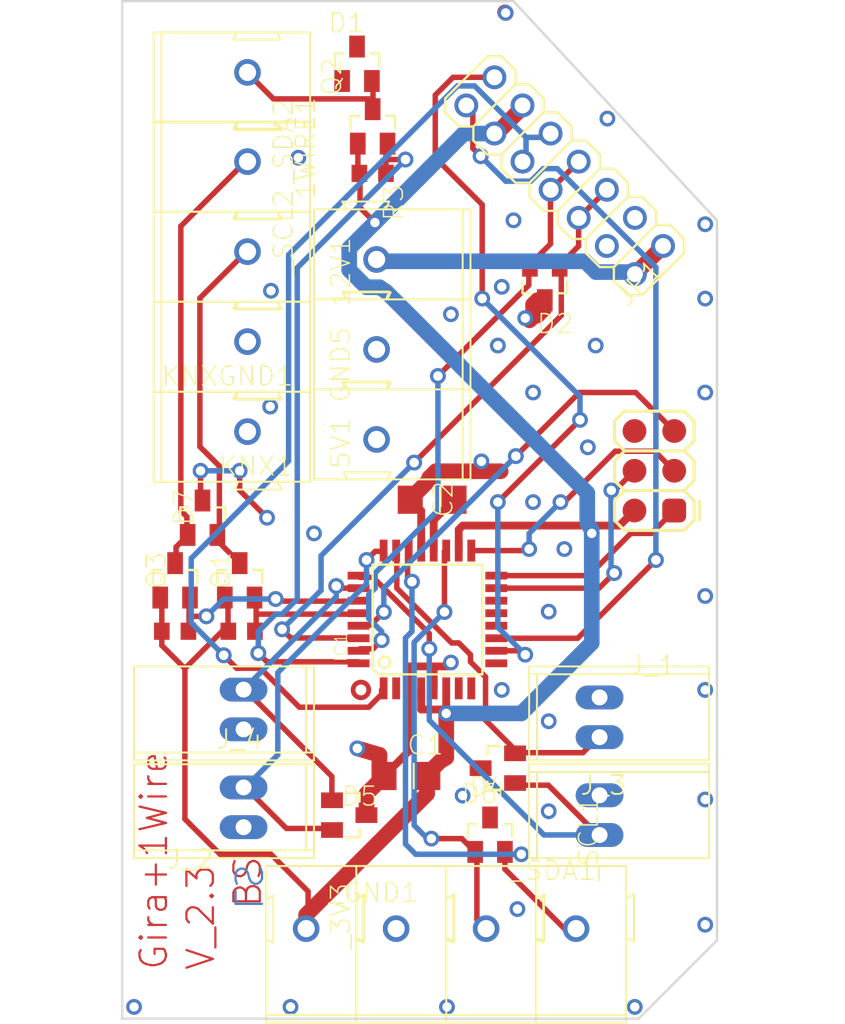
<source format=kicad_pcb>
(kicad_pcb (version 20171130) (host pcbnew 5.1.0+dfsg1-1)

  (general
    (thickness 1.6)
    (drawings 11)
    (tracks 422)
    (zones 0)
    (modules 33)
    (nets 35)
  )

  (page A4)
  (layers
    (0 Top signal)
    (31 Bottom signal)
    (32 B.Adhes user)
    (33 F.Adhes user)
    (34 B.Paste user)
    (35 F.Paste user)
    (36 B.SilkS user)
    (37 F.SilkS user)
    (38 B.Mask user)
    (39 F.Mask user)
    (40 Dwgs.User user)
    (41 Cmts.User user)
    (42 Eco1.User user)
    (43 Eco2.User user)
    (44 Edge.Cuts user)
    (45 Margin user)
    (46 B.CrtYd user)
    (47 F.CrtYd user)
    (48 B.Fab user)
    (49 F.Fab user)
  )

  (setup
    (last_trace_width 0.25)
    (trace_clearance 0.2)
    (zone_clearance 0.508)
    (zone_45_only no)
    (trace_min 0.2)
    (via_size 0.8)
    (via_drill 0.4)
    (via_min_size 0.4)
    (via_min_drill 0.3)
    (uvia_size 0.3)
    (uvia_drill 0.1)
    (uvias_allowed no)
    (uvia_min_size 0.2)
    (uvia_min_drill 0.1)
    (edge_width 0.15)
    (segment_width 0.2)
    (pcb_text_width 0.3)
    (pcb_text_size 1.5 1.5)
    (mod_edge_width 0.15)
    (mod_text_size 1 1)
    (mod_text_width 0.15)
    (pad_size 1.524 1.524)
    (pad_drill 0.762)
    (pad_to_mask_clearance 0.051)
    (solder_mask_min_width 0.25)
    (aux_axis_origin 0 0)
    (grid_origin 129.5011 72.5036)
    (visible_elements FFFFFF7F)
    (pcbplotparams
      (layerselection 0x010fc_ffffffff)
      (usegerberextensions false)
      (usegerberattributes false)
      (usegerberadvancedattributes false)
      (creategerberjobfile false)
      (excludeedgelayer true)
      (linewidth 0.100000)
      (plotframeref false)
      (viasonmask false)
      (mode 1)
      (useauxorigin false)
      (hpglpennumber 1)
      (hpglpenspeed 20)
      (hpglpendiameter 15.000000)
      (psnegative false)
      (psa4output false)
      (plotreference true)
      (plotvalue true)
      (plotinvisibletext false)
      (padsonsilk false)
      (subtractmaskfromsilk false)
      (outputformat 1)
      (mirror false)
      (drillshape 1)
      (scaleselection 1)
      (outputdirectory ""))
  )

  (net 0 "")
  (net 1 GND)
  (net 2 /TEST)
  (net 3 "Net-(JP1-Pad13)")
  (net 4 +3V3)
  (net 5 "Net-(IC1-Pad1)")
  (net 6 "Net-(D2-Pad2)")
  (net 7 "Net-(D2-Pad1)")
  (net 8 "Net-(IC1-Pad32)")
  (net 9 "Net-(IC1-Pad29)")
  (net 10 /SCL2)
  (net 11 /SDA2)
  (net 12 /B4)
  (net 13 /B3)
  (net 14 /B2)
  (net 15 /B1)
  (net 16 "Net-(C2-Pad+)")
  (net 17 "Net-(IC1-Pad17)")
  (net 18 "Net-(IC1-Pad16)")
  (net 19 "Net-(IC1-Pad15)")
  (net 20 "Net-(IC1-Pad14)")
  (net 21 "Net-(IC1-Pad13)")
  (net 22 "Net-(IC1-Pad12)")
  (net 23 "Net-(IC1-Pad9)")
  (net 24 "Net-(IC1-Pad8)")
  (net 25 "Net-(IC1-Pad7)")
  (net 26 "Net-(IC1-Pad2)")
  (net 27 "Net-(D1-Pad1)")
  (net 28 "Net-(D7-Pad1)")
  (net 29 "Net-(D7-Pad2)")
  (net 30 "Net-(12V1-PadP$1)")
  (net 31 "Net-(1WIRE1-PadP$1)")
  (net 32 "Net-(5V1-PadP$1)")
  (net 33 "Net-(KNX1-PadP$1)")
  (net 34 "Net-(KNXGND1-PadP$1)")

  (net_class Default "This is the default net class."
    (clearance 0.2)
    (trace_width 0.25)
    (via_dia 0.8)
    (via_drill 0.4)
    (uvia_dia 0.3)
    (uvia_drill 0.1)
    (add_net +3V3)
    (add_net /B1)
    (add_net /B2)
    (add_net /B3)
    (add_net /B4)
    (add_net /SCL2)
    (add_net /SDA2)
    (add_net /TEST)
    (add_net GND)
    (add_net "Net-(12V1-PadP$1)")
    (add_net "Net-(1WIRE1-PadP$1)")
    (add_net "Net-(5V1-PadP$1)")
    (add_net "Net-(C2-Pad+)")
    (add_net "Net-(D1-Pad1)")
    (add_net "Net-(D2-Pad1)")
    (add_net "Net-(D2-Pad2)")
    (add_net "Net-(D7-Pad1)")
    (add_net "Net-(D7-Pad2)")
    (add_net "Net-(IC1-Pad1)")
    (add_net "Net-(IC1-Pad12)")
    (add_net "Net-(IC1-Pad13)")
    (add_net "Net-(IC1-Pad14)")
    (add_net "Net-(IC1-Pad15)")
    (add_net "Net-(IC1-Pad16)")
    (add_net "Net-(IC1-Pad17)")
    (add_net "Net-(IC1-Pad2)")
    (add_net "Net-(IC1-Pad29)")
    (add_net "Net-(IC1-Pad32)")
    (add_net "Net-(IC1-Pad7)")
    (add_net "Net-(IC1-Pad8)")
    (add_net "Net-(IC1-Pad9)")
    (add_net "Net-(JP1-Pad13)")
    (add_net "Net-(KNX1-PadP$1)")
    (add_net "Net-(KNXGND1-PadP$1)")
  )

  (module Gira:2X07 (layer Top) (tedit 0) (tstamp 5BABE8BB)
    (at 157.7711 83.6536 135)
    (descr "<b>PIN HEADER</b>")
    (path /848DA6002F430EF2)
    (fp_text reference JP1 (at -8.89 -3.175 45) (layer F.SilkS)
      (effects (font (size 1.2065 1.2065) (thickness 0.12065)) (justify left bottom))
    )
    (fp_text value PINHD-2X7 (at -8.89 4.445 135) (layer F.Fab)
      (effects (font (size 1.2065 1.2065) (thickness 0.09652)) (justify left bottom))
    )
    (fp_poly (pts (xy 7.366 1.524) (xy 7.874 1.524) (xy 7.874 1.016) (xy 7.366 1.016)) (layer F.Fab) (width 0))
    (fp_poly (pts (xy 7.366 -1.016) (xy 7.874 -1.016) (xy 7.874 -1.524) (xy 7.366 -1.524)) (layer F.Fab) (width 0))
    (fp_poly (pts (xy 4.826 1.524) (xy 5.334 1.524) (xy 5.334 1.016) (xy 4.826 1.016)) (layer F.Fab) (width 0))
    (fp_poly (pts (xy 2.286 1.524) (xy 2.794 1.524) (xy 2.794 1.016) (xy 2.286 1.016)) (layer F.Fab) (width 0))
    (fp_poly (pts (xy -0.254 1.524) (xy 0.254 1.524) (xy 0.254 1.016) (xy -0.254 1.016)) (layer F.Fab) (width 0))
    (fp_poly (pts (xy 4.826 -1.016) (xy 5.334 -1.016) (xy 5.334 -1.524) (xy 4.826 -1.524)) (layer F.Fab) (width 0))
    (fp_poly (pts (xy 2.286 -1.016) (xy 2.794 -1.016) (xy 2.794 -1.524) (xy 2.286 -1.524)) (layer F.Fab) (width 0))
    (fp_poly (pts (xy -0.254 -1.016) (xy 0.254 -1.016) (xy 0.254 -1.524) (xy -0.254 -1.524)) (layer F.Fab) (width 0))
    (fp_poly (pts (xy -2.794 1.524) (xy -2.286 1.524) (xy -2.286 1.016) (xy -2.794 1.016)) (layer F.Fab) (width 0))
    (fp_poly (pts (xy -2.794 -1.016) (xy -2.286 -1.016) (xy -2.286 -1.524) (xy -2.794 -1.524)) (layer F.Fab) (width 0))
    (fp_poly (pts (xy -5.334 1.524) (xy -4.826 1.524) (xy -4.826 1.016) (xy -5.334 1.016)) (layer F.Fab) (width 0))
    (fp_poly (pts (xy -5.334 -1.016) (xy -4.826 -1.016) (xy -4.826 -1.524) (xy -5.334 -1.524)) (layer F.Fab) (width 0))
    (fp_poly (pts (xy -7.874 -1.016) (xy -7.366 -1.016) (xy -7.366 -1.524) (xy -7.874 -1.524)) (layer F.Fab) (width 0))
    (fp_poly (pts (xy -7.874 1.524) (xy -7.366 1.524) (xy -7.366 1.016) (xy -7.874 1.016)) (layer F.Fab) (width 0))
    (fp_line (start 6.985 2.54) (end 8.255 2.54) (layer F.SilkS) (width 0.1524))
    (fp_line (start 8.89 -1.905) (end 8.89 1.905) (layer F.SilkS) (width 0.1524))
    (fp_line (start 8.255 -2.54) (end 8.89 -1.905) (layer F.SilkS) (width 0.1524))
    (fp_line (start 6.985 -2.54) (end 8.255 -2.54) (layer F.SilkS) (width 0.1524))
    (fp_line (start 6.35 -1.905) (end 6.985 -2.54) (layer F.SilkS) (width 0.1524))
    (fp_line (start 8.255 2.54) (end 8.89 1.905) (layer F.SilkS) (width 0.1524))
    (fp_line (start 6.35 1.905) (end 6.985 2.54) (layer F.SilkS) (width 0.1524))
    (fp_line (start -8.255 2.54) (end -6.985 2.54) (layer F.SilkS) (width 0.1524))
    (fp_line (start -5.715 2.54) (end -4.445 2.54) (layer F.SilkS) (width 0.1524))
    (fp_line (start -3.175 2.54) (end -1.905 2.54) (layer F.SilkS) (width 0.1524))
    (fp_line (start -0.635 2.54) (end 0.635 2.54) (layer F.SilkS) (width 0.1524))
    (fp_line (start 1.905 2.54) (end 3.175 2.54) (layer F.SilkS) (width 0.1524))
    (fp_line (start 4.445 2.54) (end 5.715 2.54) (layer F.SilkS) (width 0.1524))
    (fp_line (start 6.35 -1.905) (end 6.35 1.905) (layer F.SilkS) (width 0.1524))
    (fp_line (start 3.81 -1.905) (end 3.81 1.905) (layer F.SilkS) (width 0.1524))
    (fp_line (start 1.27 -1.905) (end 1.27 1.905) (layer F.SilkS) (width 0.1524))
    (fp_line (start -1.27 -1.905) (end -1.27 1.905) (layer F.SilkS) (width 0.1524))
    (fp_line (start -3.81 -1.905) (end -3.81 1.905) (layer F.SilkS) (width 0.1524))
    (fp_line (start -6.35 -1.905) (end -6.35 1.905) (layer F.SilkS) (width 0.1524))
    (fp_line (start 5.715 -2.54) (end 6.35 -1.905) (layer F.SilkS) (width 0.1524))
    (fp_line (start 4.445 -2.54) (end 5.715 -2.54) (layer F.SilkS) (width 0.1524))
    (fp_line (start 3.81 -1.905) (end 4.445 -2.54) (layer F.SilkS) (width 0.1524))
    (fp_line (start 3.175 -2.54) (end 3.81 -1.905) (layer F.SilkS) (width 0.1524))
    (fp_line (start 1.905 -2.54) (end 3.175 -2.54) (layer F.SilkS) (width 0.1524))
    (fp_line (start 1.27 -1.905) (end 1.905 -2.54) (layer F.SilkS) (width 0.1524))
    (fp_line (start 0.635 -2.54) (end 1.27 -1.905) (layer F.SilkS) (width 0.1524))
    (fp_line (start -0.635 -2.54) (end 0.635 -2.54) (layer F.SilkS) (width 0.1524))
    (fp_line (start -1.27 -1.905) (end -0.635 -2.54) (layer F.SilkS) (width 0.1524))
    (fp_line (start -1.905 -2.54) (end -1.27 -1.905) (layer F.SilkS) (width 0.1524))
    (fp_line (start -3.175 -2.54) (end -1.905 -2.54) (layer F.SilkS) (width 0.1524))
    (fp_line (start -3.81 -1.905) (end -3.175 -2.54) (layer F.SilkS) (width 0.1524))
    (fp_line (start -4.445 -2.54) (end -3.81 -1.905) (layer F.SilkS) (width 0.1524))
    (fp_line (start -5.715 -2.54) (end -4.445 -2.54) (layer F.SilkS) (width 0.1524))
    (fp_line (start -6.35 -1.905) (end -5.715 -2.54) (layer F.SilkS) (width 0.1524))
    (fp_line (start -6.985 -2.54) (end -6.35 -1.905) (layer F.SilkS) (width 0.1524))
    (fp_line (start -8.255 -2.54) (end -6.985 -2.54) (layer F.SilkS) (width 0.1524))
    (fp_line (start -8.89 -1.905) (end -8.255 -2.54) (layer F.SilkS) (width 0.1524))
    (fp_line (start -8.89 1.905) (end -8.89 -1.905) (layer F.SilkS) (width 0.1524))
    (fp_line (start 5.715 2.54) (end 6.35 1.905) (layer F.SilkS) (width 0.1524))
    (fp_line (start 3.81 1.905) (end 4.445 2.54) (layer F.SilkS) (width 0.1524))
    (fp_line (start 3.175 2.54) (end 3.81 1.905) (layer F.SilkS) (width 0.1524))
    (fp_line (start 1.27 1.905) (end 1.905 2.54) (layer F.SilkS) (width 0.1524))
    (fp_line (start 0.635 2.54) (end 1.27 1.905) (layer F.SilkS) (width 0.1524))
    (fp_line (start -1.27 1.905) (end -0.635 2.54) (layer F.SilkS) (width 0.1524))
    (fp_line (start -1.905 2.54) (end -1.27 1.905) (layer F.SilkS) (width 0.1524))
    (fp_line (start -3.81 1.905) (end -3.175 2.54) (layer F.SilkS) (width 0.1524))
    (fp_line (start -4.445 2.54) (end -3.81 1.905) (layer F.SilkS) (width 0.1524))
    (fp_line (start -6.35 1.905) (end -5.715 2.54) (layer F.SilkS) (width 0.1524))
    (fp_line (start -6.985 2.54) (end -6.35 1.905) (layer F.SilkS) (width 0.1524))
    (fp_line (start -8.89 1.905) (end -8.255 2.54) (layer F.SilkS) (width 0.1524))
    (pad 14 thru_hole circle (at 7.62 -1.27 135) (size 1.524 1.524) (drill 1.016) (layers *.Cu *.Mask)
      (net 2 /TEST) (solder_mask_margin 0.1016))
    (pad 13 thru_hole circle (at 7.62 1.27 135) (size 1.524 1.524) (drill 1.016) (layers *.Cu *.Mask)
      (net 3 "Net-(JP1-Pad13)") (solder_mask_margin 0.1016))
    (pad 12 thru_hole circle (at 5.08 -1.27 135) (size 1.524 1.524) (drill 1.016) (layers *.Cu *.Mask)
      (net 4 +3V3) (solder_mask_margin 0.1016))
    (pad 11 thru_hole circle (at 5.08 1.27 135) (size 1.524 1.524) (drill 1.016) (layers *.Cu *.Mask)
      (net 4 +3V3) (solder_mask_margin 0.1016))
    (pad 10 thru_hole circle (at 2.54 -1.27 135) (size 1.524 1.524) (drill 1.016) (layers *.Cu *.Mask)
      (net 5 "Net-(IC1-Pad1)") (solder_mask_margin 0.1016))
    (pad 9 thru_hole circle (at 2.54 1.27 135) (size 1.524 1.524) (drill 1.016) (layers *.Cu *.Mask)
      (net 5 "Net-(IC1-Pad1)") (solder_mask_margin 0.1016))
    (pad 8 thru_hole circle (at 0 -1.27 135) (size 1.524 1.524) (drill 1.016) (layers *.Cu *.Mask)
      (net 6 "Net-(D2-Pad2)") (solder_mask_margin 0.1016))
    (pad 7 thru_hole circle (at 0 1.27 135) (size 1.524 1.524) (drill 1.016) (layers *.Cu *.Mask)
      (net 6 "Net-(D2-Pad2)") (solder_mask_margin 0.1016))
    (pad 6 thru_hole circle (at -2.54 -1.27 135) (size 1.524 1.524) (drill 1.016) (layers *.Cu *.Mask)
      (net 7 "Net-(D2-Pad1)") (solder_mask_margin 0.1016))
    (pad 5 thru_hole circle (at -2.54 1.27 135) (size 1.524 1.524) (drill 1.016) (layers *.Cu *.Mask)
      (net 7 "Net-(D2-Pad1)") (solder_mask_margin 0.1016))
    (pad 4 thru_hole circle (at -5.08 -1.27 135) (size 1.524 1.524) (drill 1.016) (layers *.Cu *.Mask)
      (net 1 GND) (solder_mask_margin 0.1016))
    (pad 3 thru_hole circle (at -5.08 1.27 135) (size 1.524 1.524) (drill 1.016) (layers *.Cu *.Mask)
      (net 1 GND) (solder_mask_margin 0.1016))
    (pad 2 thru_hole circle (at -7.62 -1.27 135) (size 1.524 1.524) (drill 1.016) (layers *.Cu *.Mask)
      (net 30 "Net-(12V1-PadP$1)") (solder_mask_margin 0.1016))
    (pad 1 thru_hole circle (at -7.62 1.27 135) (size 1.524 1.524) (drill 1.016) (layers *.Cu *.Mask)
      (net 30 "Net-(12V1-PadP$1)") (solder_mask_margin 0.1016))
  )

  (module Gira:WAGO_243 (layer Top) (tedit 0) (tstamp 5BABE90C)
    (at 137.5011 77.0536 180)
    (path /8116BBF77DB2AF5A)
    (fp_text reference 1WIRE1 (at -3 -1.5 90) (layer F.SilkS)
      (effects (font (size 1.2065 1.2065) (thickness 0.09652)) (justify right top))
    )
    (fp_text value WAGO_243 (at 0 0 180) (layer F.SilkS) hide
      (effects (font (size 1.27 1.27) (thickness 0.15)) (justify right top))
    )
    (fp_line (start -1.9 2.55) (end 0.7 2.55) (layer F.SilkS) (width 0.127))
    (fp_line (start -2.1 2.1) (end -1.9 2.55) (layer F.SilkS) (width 0.127))
    (fp_line (start 0.9 2.1) (end 0.7 2.55) (layer F.SilkS) (width 0.127))
    (fp_line (start -2.1 2.1) (end 0.9 2.1) (layer F.SilkS) (width 0.127))
    (fp_line (start -2.2 -3.7) (end -1.9 -3.2) (layer F.SilkS) (width 0.127))
    (fp_line (start 0.8 -3.7) (end 0.6 -3.2) (layer F.SilkS) (width 0.127))
    (fp_line (start -2.2 -3.7) (end 0.8 -3.7) (layer F.SilkS) (width 0.127))
    (fp_line (start 5.5 -3.2) (end 5.5 2.55) (layer F.SilkS) (width 0.127))
    (fp_line (start -1.9 2.55) (end -4 2.55) (layer F.SilkS) (width 0.127))
    (fp_line (start 5.5 2.55) (end 0.7 2.55) (layer F.SilkS) (width 0.127))
    (fp_line (start 6 2.55) (end 5.5 2.55) (layer F.SilkS) (width 0.127))
    (fp_line (start 6 -3.2) (end 6 2.55) (layer F.SilkS) (width 0.127))
    (fp_line (start 5.5 -3.2) (end 6 -3.2) (layer F.SilkS) (width 0.127))
    (fp_line (start 0.6 -3.2) (end 5.5 -3.2) (layer F.SilkS) (width 0.127))
    (fp_line (start -1.9 -3.2) (end 0.6 -3.2) (layer F.SilkS) (width 0.127))
    (fp_line (start -4 -3.2) (end -1.9 -3.2) (layer F.SilkS) (width 0.127))
    (fp_line (start -4 2.55) (end -4 -3.2) (layer F.SilkS) (width 0.127))
    (pad P$1 thru_hole circle (at 0 0 180) (size 1.7 1.7) (drill 1.1) (layers *.Cu *.Mask)
      (net 31 "Net-(1WIRE1-PadP$1)") (solder_mask_margin 0.1016))
  )

  (module Gira:TQFP32-08 (layer Top) (tedit 0) (tstamp 5BABE921)
    (at 149.0011 112.0036 90)
    (descr "<B>Thin Plasic Quad Flat Package</B> Grid 0.8 mm")
    (path /7C8C299E06F92037)
    (fp_text reference IC1 (at -2.7686 -5.08 90) (layer F.SilkS)
      (effects (font (size 0.77216 0.77216) (thickness 0.061772)) (justify left bottom))
    )
    (fp_text value MEGA8-PTQFP (at -3.0226 1.27 90) (layer F.Fab) hide
      (effects (font (size 0.77216 0.77216) (thickness 0.065024)) (justify left bottom))
    )
    (fp_poly (pts (xy -3.0286 -3.556) (xy -2.5714 -3.556) (xy -2.5714 -4.5466) (xy -3.0286 -4.5466)) (layer F.Fab) (width 0))
    (fp_poly (pts (xy -2.2286 -3.556) (xy -1.7714 -3.556) (xy -1.7714 -4.5466) (xy -2.2286 -4.5466)) (layer F.Fab) (width 0))
    (fp_poly (pts (xy -1.4286 -3.556) (xy -0.9714 -3.556) (xy -0.9714 -4.5466) (xy -1.4286 -4.5466)) (layer F.Fab) (width 0))
    (fp_poly (pts (xy -0.6286 -3.556) (xy -0.1714 -3.556) (xy -0.1714 -4.5466) (xy -0.6286 -4.5466)) (layer F.Fab) (width 0))
    (fp_poly (pts (xy 0.1714 -3.556) (xy 0.6286 -3.556) (xy 0.6286 -4.5466) (xy 0.1714 -4.5466)) (layer F.Fab) (width 0))
    (fp_poly (pts (xy 0.9714 -3.556) (xy 1.4286 -3.556) (xy 1.4286 -4.5466) (xy 0.9714 -4.5466)) (layer F.Fab) (width 0))
    (fp_poly (pts (xy 1.7714 -3.556) (xy 2.2286 -3.556) (xy 2.2286 -4.5466) (xy 1.7714 -4.5466)) (layer F.Fab) (width 0))
    (fp_poly (pts (xy 2.5714 -3.556) (xy 3.0286 -3.556) (xy 3.0286 -4.5466) (xy 2.5714 -4.5466)) (layer F.Fab) (width 0))
    (fp_poly (pts (xy 3.556 -2.5714) (xy 4.5466 -2.5714) (xy 4.5466 -3.0286) (xy 3.556 -3.0286)) (layer F.Fab) (width 0))
    (fp_poly (pts (xy 3.556 -1.7714) (xy 4.5466 -1.7714) (xy 4.5466 -2.2286) (xy 3.556 -2.2286)) (layer F.Fab) (width 0))
    (fp_poly (pts (xy 3.556 -0.9714) (xy 4.5466 -0.9714) (xy 4.5466 -1.4286) (xy 3.556 -1.4286)) (layer F.Fab) (width 0))
    (fp_poly (pts (xy 3.556 -0.1714) (xy 4.5466 -0.1714) (xy 4.5466 -0.6286) (xy 3.556 -0.6286)) (layer F.Fab) (width 0))
    (fp_poly (pts (xy 3.556 0.6286) (xy 4.5466 0.6286) (xy 4.5466 0.1714) (xy 3.556 0.1714)) (layer F.Fab) (width 0))
    (fp_poly (pts (xy 3.556 1.4286) (xy 4.5466 1.4286) (xy 4.5466 0.9714) (xy 3.556 0.9714)) (layer F.Fab) (width 0))
    (fp_poly (pts (xy 3.556 2.2286) (xy 4.5466 2.2286) (xy 4.5466 1.7714) (xy 3.556 1.7714)) (layer F.Fab) (width 0))
    (fp_poly (pts (xy 3.556 3.0286) (xy 4.5466 3.0286) (xy 4.5466 2.5714) (xy 3.556 2.5714)) (layer F.Fab) (width 0))
    (fp_poly (pts (xy 2.5714 4.5466) (xy 3.0286 4.5466) (xy 3.0286 3.556) (xy 2.5714 3.556)) (layer F.Fab) (width 0))
    (fp_poly (pts (xy 1.7714 4.5466) (xy 2.2286 4.5466) (xy 2.2286 3.556) (xy 1.7714 3.556)) (layer F.Fab) (width 0))
    (fp_poly (pts (xy 0.9714 4.5466) (xy 1.4286 4.5466) (xy 1.4286 3.556) (xy 0.9714 3.556)) (layer F.Fab) (width 0))
    (fp_poly (pts (xy 0.1714 4.5466) (xy 0.6286 4.5466) (xy 0.6286 3.556) (xy 0.1714 3.556)) (layer F.Fab) (width 0))
    (fp_poly (pts (xy -0.6286 4.5466) (xy -0.1714 4.5466) (xy -0.1714 3.556) (xy -0.6286 3.556)) (layer F.Fab) (width 0))
    (fp_poly (pts (xy -1.4286 4.5466) (xy -0.9714 4.5466) (xy -0.9714 3.556) (xy -1.4286 3.556)) (layer F.Fab) (width 0))
    (fp_poly (pts (xy -2.2286 4.5466) (xy -1.7714 4.5466) (xy -1.7714 3.556) (xy -2.2286 3.556)) (layer F.Fab) (width 0))
    (fp_poly (pts (xy -3.0286 4.5466) (xy -2.5714 4.5466) (xy -2.5714 3.556) (xy -3.0286 3.556)) (layer F.Fab) (width 0))
    (fp_poly (pts (xy -4.5466 3.0286) (xy -3.556 3.0286) (xy -3.556 2.5714) (xy -4.5466 2.5714)) (layer F.Fab) (width 0))
    (fp_poly (pts (xy -4.5466 2.2286) (xy -3.556 2.2286) (xy -3.556 1.7714) (xy -4.5466 1.7714)) (layer F.Fab) (width 0))
    (fp_poly (pts (xy -4.5466 1.4286) (xy -3.556 1.4286) (xy -3.556 0.9714) (xy -4.5466 0.9714)) (layer F.Fab) (width 0))
    (fp_poly (pts (xy -4.5466 0.6286) (xy -3.556 0.6286) (xy -3.556 0.1714) (xy -4.5466 0.1714)) (layer F.Fab) (width 0))
    (fp_poly (pts (xy -4.5466 -0.1714) (xy -3.556 -0.1714) (xy -3.556 -0.6286) (xy -4.5466 -0.6286)) (layer F.Fab) (width 0))
    (fp_poly (pts (xy -4.5466 -0.9714) (xy -3.556 -0.9714) (xy -3.556 -1.4286) (xy -4.5466 -1.4286)) (layer F.Fab) (width 0))
    (fp_poly (pts (xy -4.5466 -1.7714) (xy -3.556 -1.7714) (xy -3.556 -2.2286) (xy -4.5466 -2.2286)) (layer F.Fab) (width 0))
    (fp_poly (pts (xy -4.5466 -2.5714) (xy -3.556 -2.5714) (xy -3.556 -3.0286) (xy -4.5466 -3.0286)) (layer F.Fab) (width 0))
    (fp_circle (center -2.7432 -2.7432) (end -2.384 -2.7432) (layer F.SilkS) (width 0.1524))
    (fp_line (start -3.15 -3.505) (end -3.505 -3.15) (layer F.SilkS) (width 0.1524))
    (fp_line (start -3.15 -3.505) (end 3.505 -3.505) (layer F.SilkS) (width 0.1524))
    (fp_line (start -3.505 3.505) (end -3.505 -3.15) (layer F.SilkS) (width 0.1524))
    (fp_line (start 3.505 3.505) (end -3.505 3.505) (layer F.SilkS) (width 0.1524))
    (fp_line (start 3.505 -3.505) (end 3.505 3.505) (layer F.SilkS) (width 0.1524))
    (pad 32 smd rect (at -2.8 -4.4 90) (size 0.5 1.4) (layers Top F.Paste F.Mask)
      (net 8 "Net-(IC1-Pad32)") (solder_mask_margin 0.1016))
    (pad 31 smd rect (at -2 -4.4 90) (size 0.5 1.4) (layers Top F.Paste F.Mask)
      (net 6 "Net-(D2-Pad2)") (solder_mask_margin 0.1016))
    (pad 30 smd rect (at -1.2 -4.4 90) (size 0.5 1.4) (layers Top F.Paste F.Mask)
      (net 7 "Net-(D2-Pad1)") (solder_mask_margin 0.1016))
    (pad 29 smd rect (at -0.4 -4.4 90) (size 0.5 1.4) (layers Top F.Paste F.Mask)
      (net 9 "Net-(IC1-Pad29)") (solder_mask_margin 0.1016))
    (pad 28 smd rect (at 0.4 -4.4 90) (size 0.5 1.4) (layers Top F.Paste F.Mask)
      (net 10 /SCL2) (solder_mask_margin 0.1016))
    (pad 27 smd rect (at 1.2 -4.4 90) (size 0.5 1.4) (layers Top F.Paste F.Mask)
      (net 11 /SDA2) (solder_mask_margin 0.1016))
    (pad 26 smd rect (at 2 -4.4 90) (size 0.5 1.4) (layers Top F.Paste F.Mask)
      (net 12 /B4) (solder_mask_margin 0.1016))
    (pad 25 smd rect (at 2.8 -4.4 90) (size 0.5 1.4) (layers Top F.Paste F.Mask)
      (net 13 /B3) (solder_mask_margin 0.1016))
    (pad 24 smd rect (at 4.4 -2.8 90) (size 1.4 0.5) (layers Top F.Paste F.Mask)
      (net 14 /B2) (solder_mask_margin 0.1016))
    (pad 23 smd rect (at 4.4 -2 90) (size 1.4 0.5) (layers Top F.Paste F.Mask)
      (net 15 /B1) (solder_mask_margin 0.1016))
    (pad 22 smd rect (at 4.4 -1.2 90) (size 1.4 0.5) (layers Top F.Paste F.Mask)
      (net 4 +3V3) (solder_mask_margin 0.1016))
    (pad 21 smd rect (at 4.4 -0.4 90) (size 1.4 0.5) (layers Top F.Paste F.Mask)
      (net 1 GND) (solder_mask_margin 0.1016))
    (pad 20 smd rect (at 4.4 0.4 90) (size 1.4 0.5) (layers Top F.Paste F.Mask)
      (net 16 "Net-(C2-Pad+)") (solder_mask_margin 0.1016))
    (pad 19 smd rect (at 4.4 1.2 90) (size 1.4 0.5) (layers Top F.Paste F.Mask)
      (net 4 +3V3) (solder_mask_margin 0.1016))
    (pad 18 smd rect (at 4.4 2 90) (size 1.4 0.5) (layers Top F.Paste F.Mask)
      (net 4 +3V3) (solder_mask_margin 0.1016))
    (pad 17 smd rect (at 4.4 2.8 90) (size 1.4 0.5) (layers Top F.Paste F.Mask)
      (net 17 "Net-(IC1-Pad17)") (solder_mask_margin 0.1016))
    (pad 16 smd rect (at 2.8 4.4 90) (size 0.5 1.4) (layers Top F.Paste F.Mask)
      (net 18 "Net-(IC1-Pad16)") (solder_mask_margin 0.1016))
    (pad 15 smd rect (at 2 4.4 90) (size 0.5 1.4) (layers Top F.Paste F.Mask)
      (net 19 "Net-(IC1-Pad15)") (solder_mask_margin 0.1016))
    (pad 14 smd rect (at 1.2 4.4 90) (size 0.5 1.4) (layers Top F.Paste F.Mask)
      (net 20 "Net-(IC1-Pad14)") (solder_mask_margin 0.1016))
    (pad 13 smd rect (at 0.4 4.4 90) (size 0.5 1.4) (layers Top F.Paste F.Mask)
      (net 21 "Net-(IC1-Pad13)") (solder_mask_margin 0.1016))
    (pad 12 smd rect (at -0.4 4.4 90) (size 0.5 1.4) (layers Top F.Paste F.Mask)
      (net 22 "Net-(IC1-Pad12)") (solder_mask_margin 0.1016))
    (pad 11 smd rect (at -1.2 4.4 90) (size 0.5 1.4) (layers Top F.Paste F.Mask)
      (net 2 /TEST) (solder_mask_margin 0.1016))
    (pad 10 smd rect (at -2 4.4 90) (size 0.5 1.4) (layers Top F.Paste F.Mask)
      (net 14 /B2) (solder_mask_margin 0.1016))
    (pad 9 smd rect (at -2.8 4.4 90) (size 0.5 1.4) (layers Top F.Paste F.Mask)
      (net 23 "Net-(IC1-Pad9)") (solder_mask_margin 0.1016))
    (pad 8 smd rect (at -4.4 2.8 90) (size 1.4 0.5) (layers Top F.Paste F.Mask)
      (net 24 "Net-(IC1-Pad8)") (solder_mask_margin 0.1016))
    (pad 7 smd rect (at -4.4 2 90) (size 1.4 0.5) (layers Top F.Paste F.Mask)
      (net 25 "Net-(IC1-Pad7)") (solder_mask_margin 0.1016))
    (pad 6 smd rect (at -4.4 1.2 90) (size 1.4 0.5) (layers Top F.Paste F.Mask)
      (net 4 +3V3) (solder_mask_margin 0.1016))
    (pad 5 smd rect (at -4.4 0.4 90) (size 1.4 0.5) (layers Top F.Paste F.Mask)
      (net 1 GND) (solder_mask_margin 0.1016))
    (pad 4 smd rect (at -4.4 -0.4 90) (size 1.4 0.5) (layers Top F.Paste F.Mask)
      (net 4 +3V3) (solder_mask_margin 0.1016))
    (pad 3 smd rect (at -4.4 -1.2 90) (size 1.4 0.5) (layers Top F.Paste F.Mask)
      (net 1 GND) (solder_mask_margin 0.1016))
    (pad 2 smd rect (at -4.4 -2 90) (size 1.4 0.5) (layers Top F.Paste F.Mask)
      (net 26 "Net-(IC1-Pad2)") (solder_mask_margin 0.1016))
    (pad 1 smd rect (at -4.4 -2.8 90) (size 1.4 0.5) (layers Top F.Paste F.Mask)
      (net 5 "Net-(IC1-Pad1)") (solder_mask_margin 0.1016))
  )

  (module Gira:CP1206 (layer Top) (tedit 0) (tstamp 5BABE96A)
    (at 147.6261 122.0036)
    (path /D1B4F47F3BB99FBE)
    (fp_text reference C1 (at 0 -1.27) (layer F.SilkS)
      (effects (font (size 1.2065 1.2065) (thickness 0.09652)) (justify left bottom))
    )
    (fp_text value CP1206 (at 0 1.27) (layer F.Fab)
      (effects (font (size 1.2065 1.2065) (thickness 0.09652)) (justify left bottom))
    )
    (fp_line (start 0.5 -0.787) (end 0.5 0.787) (layer F.SilkS) (width 0.127))
    (fp_poly (pts (xy -0.1999 0.4001) (xy 0.1999 0.4001) (xy 0.1999 -0.4001) (xy -0.1999 -0.4001)) (layer F.Adhes) (width 0))
    (fp_poly (pts (xy 0.9517 0.8491) (xy 1.7018 0.8491) (xy 1.7018 -0.8509) (xy 0.9517 -0.8509)) (layer F.Fab) (width 0))
    (fp_poly (pts (xy -1.7018 0.8509) (xy -0.9517 0.8509) (xy -0.9517 -0.8491) (xy -1.7018 -0.8491)) (layer F.Fab) (width 0))
    (fp_line (start -0.965 0.787) (end 0.965 0.787) (layer F.Fab) (width 0.1016))
    (fp_line (start -0.965 -0.787) (end 0.965 -0.787) (layer F.Fab) (width 0.1016))
    (fp_line (start 2.473 -0.983) (end 2.473 0.983) (layer Dwgs.User) (width 0.0508))
    (fp_line (start 2.473 0.983) (end -2.473 0.983) (layer Dwgs.User) (width 0.0508))
    (fp_line (start -2.473 -0.983) (end 2.473 -0.983) (layer Dwgs.User) (width 0.0508))
    (pad + smd rect (at 1.4 0) (size 1.6 1.8) (layers Top F.Paste F.Mask)
      (net 4 +3V3) (solder_mask_margin 0.1016))
    (pad - smd rect (at -1.4 0) (size 1.6 1.8) (layers Top F.Paste F.Mask)
      (net 1 GND) (solder_mask_margin 0.1016))
  )

  (module Gira:2X3_PAD (layer Top) (tedit 0) (tstamp 5BABE978)
    (at 163.5011 102.5036 90)
    (descr "Programming pads")
    (path /850A8AB0BABD3B23)
    (fp_text reference U$1 (at -3.81 -3.175 90) (layer F.SilkS) hide
      (effects (font (size 1.2065 1.2065) (thickness 0.127)) (justify left bottom))
    )
    (fp_text value AVR_SPI_PRG_6PAD (at -3.81 4.445 90) (layer F.Fab) hide
      (effects (font (size 1.2065 1.2065) (thickness 0.1016)) (justify left bottom))
    )
    (fp_line (start -1.905 2.875) (end -3.175 2.875) (layer F.SilkS) (width 0.2032))
    (fp_line (start -3.175 2.54) (end -1.905 2.54) (layer F.SilkS) (width 0.2032))
    (fp_line (start -0.635 2.54) (end 0.635 2.54) (layer F.SilkS) (width 0.2032))
    (fp_line (start 1.905 2.54) (end 3.175 2.54) (layer F.SilkS) (width 0.2032))
    (fp_line (start 3.81 -1.905) (end 3.81 1.905) (layer F.SilkS) (width 0.2032))
    (fp_line (start 1.27 -1.905) (end 1.27 1.905) (layer F.SilkS) (width 0.2032))
    (fp_line (start -1.27 -1.905) (end -1.27 1.905) (layer F.SilkS) (width 0.2032))
    (fp_line (start 3.175 -2.54) (end 3.81 -1.905) (layer F.SilkS) (width 0.2032))
    (fp_line (start 1.905 -2.54) (end 3.175 -2.54) (layer F.SilkS) (width 0.2032))
    (fp_line (start 1.27 -1.905) (end 1.905 -2.54) (layer F.SilkS) (width 0.2032))
    (fp_line (start 0.635 -2.54) (end 1.27 -1.905) (layer F.SilkS) (width 0.2032))
    (fp_line (start -0.635 -2.54) (end 0.635 -2.54) (layer F.SilkS) (width 0.2032))
    (fp_line (start -1.27 -1.905) (end -0.635 -2.54) (layer F.SilkS) (width 0.2032))
    (fp_line (start -1.905 -2.54) (end -1.27 -1.905) (layer F.SilkS) (width 0.2032))
    (fp_line (start -3.175 -2.54) (end -1.905 -2.54) (layer F.SilkS) (width 0.2032))
    (fp_line (start -3.81 -1.905) (end -3.175 -2.54) (layer F.SilkS) (width 0.2032))
    (fp_line (start -3.81 1.905) (end -3.81 -1.905) (layer F.SilkS) (width 0.2032))
    (fp_line (start 3.175 2.54) (end 3.81 1.905) (layer F.SilkS) (width 0.2032))
    (fp_line (start 1.27 1.905) (end 1.905 2.54) (layer F.SilkS) (width 0.2032))
    (fp_line (start 0.635 2.54) (end 1.27 1.905) (layer F.SilkS) (width 0.2032))
    (fp_line (start -1.27 1.905) (end -0.635 2.54) (layer F.SilkS) (width 0.2032))
    (fp_line (start -1.905 2.54) (end -1.27 1.905) (layer F.SilkS) (width 0.2032))
    (fp_line (start -3.81 1.905) (end -3.175 2.54) (layer F.SilkS) (width 0.2032))
    (pad P$6 smd roundrect (at 2.54 -1.27 270) (size 1.524 1.524) (layers Top F.Paste F.Mask) (roundrect_rratio 0.5)
      (net 1 GND) (solder_mask_margin 0.1016))
    (pad P$5 smd roundrect (at 2.54 1.27 270) (size 1.524 1.524) (layers Top F.Paste F.Mask) (roundrect_rratio 0.5)
      (net 9 "Net-(IC1-Pad29)") (solder_mask_margin 0.1016))
    (pad P$4 smd roundrect (at 0 -1.27 270) (size 1.524 1.524) (layers Top F.Paste F.Mask) (roundrect_rratio 0.5)
      (net 19 "Net-(IC1-Pad15)") (solder_mask_margin 0.1016))
    (pad P$3 smd roundrect (at 0 1.27 270) (size 1.524 1.524) (layers Top F.Paste F.Mask) (roundrect_rratio 0.5)
      (net 17 "Net-(IC1-Pad17)") (solder_mask_margin 0.1016))
    (pad P$1 smd roundrect (at -2.54 1.27 270) (size 1.524 1.524) (layers Top F.Paste F.Mask) (roundrect_rratio 0.25)
      (net 18 "Net-(IC1-Pad16)") (solder_mask_margin 0.1016))
    (pad P$2 smd roundrect (at -2.54 -1.27 270) (size 1.524 1.524) (layers Top F.Paste F.Mask) (roundrect_rratio 0.5)
      (net 4 +3V3) (solder_mask_margin 0.1016))
  )

  (module Gira:SOT23 (layer Top) (tedit 0) (tstamp 5BABE998)
    (at 144.5011 76.5036)
    (descr <B>DIODE</B>)
    (path /BE5F3F048D141E84)
    (fp_text reference D1 (at -1.905 -1.905) (layer F.SilkS)
      (effects (font (size 1.2065 1.2065) (thickness 0.09652)) (justify left bottom))
    )
    (fp_text value ESD_DIODES (at -1.905 3.175) (layer F.Fab) hide
      (effects (font (size 1.2065 1.2065) (thickness 0.1016)) (justify left bottom))
    )
    (fp_poly (pts (xy -1.1684 1.2954) (xy -0.7112 1.2954) (xy -0.7112 0.7112) (xy -1.1684 0.7112)) (layer F.Fab) (width 0))
    (fp_poly (pts (xy 0.7112 1.2954) (xy 1.1684 1.2954) (xy 1.1684 0.7112) (xy 0.7112 0.7112)) (layer F.Fab) (width 0))
    (fp_poly (pts (xy -0.2286 -0.7112) (xy 0.2286 -0.7112) (xy 0.2286 -1.2954) (xy -0.2286 -1.2954)) (layer F.Fab) (width 0))
    (fp_line (start 0.8636 -0.6604) (end 1.4224 -0.6604) (layer F.SilkS) (width 0.1524))
    (fp_line (start 1.4224 -0.6604) (end 1.4224 0.1524) (layer F.SilkS) (width 0.1524))
    (fp_line (start -1.4224 -0.6604) (end -0.8636 -0.6604) (layer F.SilkS) (width 0.1524))
    (fp_line (start -1.4224 0.1524) (end -1.4224 -0.6604) (layer F.SilkS) (width 0.1524))
    (fp_line (start -1.4224 -0.6604) (end 1.4224 -0.6604) (layer F.Fab) (width 0.1524))
    (fp_line (start -1.4224 0.6604) (end -1.4224 -0.6604) (layer F.Fab) (width 0.1524))
    (fp_line (start 1.4224 0.6604) (end -1.4224 0.6604) (layer F.Fab) (width 0.1524))
    (fp_line (start 1.4224 -0.6604) (end 1.4224 0.6604) (layer F.Fab) (width 0.1524))
    (pad 1 smd rect (at -0.95 1.1) (size 1 1.4) (layers Top F.Paste F.Mask)
      (net 27 "Net-(D1-Pad1)") (solder_mask_margin 0.1016))
    (pad 2 smd rect (at 0.95 1.1) (size 1 1.4) (layers Top F.Paste F.Mask)
      (net 31 "Net-(1WIRE1-PadP$1)") (solder_mask_margin 0.1016))
    (pad 3 smd rect (at 0 -1.1) (size 1 1.4) (layers Top F.Paste F.Mask)
      (net 1 GND) (solder_mask_margin 0.1016))
  )

  (module Gira:WAGO_243 (layer Top) (tedit 0) (tstamp 5BABE9A9)
    (at 145.7511 89.0036)
    (path /D96752A9E67F3876)
    (fp_text reference 12V1 (at -3 -1.5 90) (layer F.SilkS)
      (effects (font (size 1.2065 1.2065) (thickness 0.09652)) (justify right top))
    )
    (fp_text value WAGO_243 (at 0 0) (layer F.SilkS) hide
      (effects (font (size 1.27 1.27) (thickness 0.15)))
    )
    (fp_line (start -1.9 2.55) (end 0.7 2.55) (layer F.SilkS) (width 0.127))
    (fp_line (start -2.1 2.1) (end -1.9 2.55) (layer F.SilkS) (width 0.127))
    (fp_line (start 0.9 2.1) (end 0.7 2.55) (layer F.SilkS) (width 0.127))
    (fp_line (start -2.1 2.1) (end 0.9 2.1) (layer F.SilkS) (width 0.127))
    (fp_line (start -2.2 -3.7) (end -1.9 -3.2) (layer F.SilkS) (width 0.127))
    (fp_line (start 0.8 -3.7) (end 0.6 -3.2) (layer F.SilkS) (width 0.127))
    (fp_line (start -2.2 -3.7) (end 0.8 -3.7) (layer F.SilkS) (width 0.127))
    (fp_line (start 5.5 -3.2) (end 5.5 2.55) (layer F.SilkS) (width 0.127))
    (fp_line (start -1.9 2.55) (end -4 2.55) (layer F.SilkS) (width 0.127))
    (fp_line (start 5.5 2.55) (end 0.7 2.55) (layer F.SilkS) (width 0.127))
    (fp_line (start 6 2.55) (end 5.5 2.55) (layer F.SilkS) (width 0.127))
    (fp_line (start 6 -3.2) (end 6 2.55) (layer F.SilkS) (width 0.127))
    (fp_line (start 5.5 -3.2) (end 6 -3.2) (layer F.SilkS) (width 0.127))
    (fp_line (start 0.6 -3.2) (end 5.5 -3.2) (layer F.SilkS) (width 0.127))
    (fp_line (start -1.9 -3.2) (end 0.6 -3.2) (layer F.SilkS) (width 0.127))
    (fp_line (start -4 -3.2) (end -1.9 -3.2) (layer F.SilkS) (width 0.127))
    (fp_line (start -4 2.55) (end -4 -3.2) (layer F.SilkS) (width 0.127))
    (pad P$1 thru_hole circle (at 0 0) (size 1.7 1.7) (drill 1.1) (layers *.Cu *.Mask)
      (net 30 "Net-(12V1-PadP$1)") (solder_mask_margin 0.1016))
  )

  (module Gira:SOT23 (layer Top) (tedit 0) (tstamp 5BABE9BE)
    (at 156.5011 90.5036 180)
    (descr <B>DIODE</B>)
    (path /4C475A1A20478EC3)
    (fp_text reference D2 (at -1.905 -1.905) (layer F.SilkS)
      (effects (font (size 1.2065 1.2065) (thickness 0.09652)) (justify right top))
    )
    (fp_text value ESD_DIODES (at -1.905 3.175 180) (layer F.Fab) hide
      (effects (font (size 1.2065 1.2065) (thickness 0.1016)) (justify right top))
    )
    (fp_poly (pts (xy -1.1684 1.2954) (xy -0.7112 1.2954) (xy -0.7112 0.7112) (xy -1.1684 0.7112)) (layer F.Fab) (width 0))
    (fp_poly (pts (xy 0.7112 1.2954) (xy 1.1684 1.2954) (xy 1.1684 0.7112) (xy 0.7112 0.7112)) (layer F.Fab) (width 0))
    (fp_poly (pts (xy -0.2286 -0.7112) (xy 0.2286 -0.7112) (xy 0.2286 -1.2954) (xy -0.2286 -1.2954)) (layer F.Fab) (width 0))
    (fp_line (start 0.8636 -0.6604) (end 1.4224 -0.6604) (layer F.SilkS) (width 0.1524))
    (fp_line (start 1.4224 -0.6604) (end 1.4224 0.1524) (layer F.SilkS) (width 0.1524))
    (fp_line (start -1.4224 -0.6604) (end -0.8636 -0.6604) (layer F.SilkS) (width 0.1524))
    (fp_line (start -1.4224 0.1524) (end -1.4224 -0.6604) (layer F.SilkS) (width 0.1524))
    (fp_line (start -1.4224 -0.6604) (end 1.4224 -0.6604) (layer F.Fab) (width 0.1524))
    (fp_line (start -1.4224 0.6604) (end -1.4224 -0.6604) (layer F.Fab) (width 0.1524))
    (fp_line (start 1.4224 0.6604) (end -1.4224 0.6604) (layer F.Fab) (width 0.1524))
    (fp_line (start 1.4224 -0.6604) (end 1.4224 0.6604) (layer F.Fab) (width 0.1524))
    (pad 1 smd rect (at -0.95 1.1 180) (size 1 1.4) (layers Top F.Paste F.Mask)
      (net 7 "Net-(D2-Pad1)") (solder_mask_margin 0.1016))
    (pad 2 smd rect (at 0.95 1.1 180) (size 1 1.4) (layers Top F.Paste F.Mask)
      (net 6 "Net-(D2-Pad2)") (solder_mask_margin 0.1016))
    (pad 3 smd rect (at 0 -1.1 180) (size 1 1.4) (layers Top F.Paste F.Mask)
      (net 1 GND) (solder_mask_margin 0.1016))
  )

  (module Gira:1X02_GN (layer Top) (tedit 0) (tstamp 5BABE9CF)
    (at 160.0011 118.2536 270)
    (path /1B732CD1D73060BF)
    (fp_text reference J_1 (at -2.6162 -1.8288) (layer F.SilkS)
      (effects (font (size 1.2065 1.2065) (thickness 0.12065)) (justify left bottom))
    )
    (fp_text value PINHD-1X2LEVER (at -2.54 3.175 90) (layer F.Fab)
      (effects (font (size 1.2065 1.2065) (thickness 0.09652)) (justify right top))
    )
    (fp_line (start -2.75 4) (end 2.75 4) (layer F.SilkS) (width 0.127))
    (fp_line (start -3.25 4.5) (end -2.75 4.5) (layer F.SilkS) (width 0.127))
    (fp_line (start -3.25 -7) (end -3.25 4.5) (layer F.SilkS) (width 0.127))
    (fp_line (start -2.75 -7) (end -3.25 -7) (layer F.SilkS) (width 0.127))
    (fp_line (start 2.75 -7) (end -2.75 -7) (layer F.SilkS) (width 0.127))
    (fp_line (start 2.75 4) (end 2.75 -7) (layer F.SilkS) (width 0.127))
    (fp_line (start 2.75 4.5) (end 2.75 4) (layer F.SilkS) (width 0.127))
    (fp_line (start -2.75 4.5) (end 2.75 4.5) (layer F.SilkS) (width 0.127))
    (fp_line (start -2.75 4) (end -2.75 4.5) (layer F.SilkS) (width 0.127))
    (fp_line (start -2.75 -7) (end -2.75 4) (layer F.SilkS) (width 0.127))
    (fp_poly (pts (xy 1.016 0.254) (xy 1.524 0.254) (xy 1.524 -0.254) (xy 1.016 -0.254)) (layer F.Fab) (width 0))
    (fp_poly (pts (xy -1.524 0.254) (xy -1.016 0.254) (xy -1.016 -0.254) (xy -1.524 -0.254)) (layer F.Fab) (width 0))
    (pad 2 thru_hole oval (at 1.27 0) (size 3.048 1.524) (drill 1.016) (layers *.Cu *.Mask)
      (net 15 /B1) (solder_mask_margin 0.1016))
    (pad 1 thru_hole oval (at -1.27 0) (size 3.048 1.524) (drill 1.016) (layers *.Cu *.Mask)
      (net 1 GND) (solder_mask_margin 0.1016))
  )

  (module Gira:1X02_GN (layer Top) (tedit 0) (tstamp 5BABE9E0)
    (at 137.2511 117.7536 90)
    (path /5B07CB08CA28A2A9)
    (fp_text reference J_4 (at -2.6162 -1.8288) (layer F.SilkS)
      (effects (font (size 1.2065 1.2065) (thickness 0.12065)) (justify left bottom))
    )
    (fp_text value PINHD-1X2LEVER (at -2.54 3.175 90) (layer F.Fab)
      (effects (font (size 1.2065 1.2065) (thickness 0.09652)) (justify left bottom))
    )
    (fp_line (start -2.75 4) (end 2.75 4) (layer F.SilkS) (width 0.127))
    (fp_line (start -3.25 4.5) (end -2.75 4.5) (layer F.SilkS) (width 0.127))
    (fp_line (start -3.25 -7) (end -3.25 4.5) (layer F.SilkS) (width 0.127))
    (fp_line (start -2.75 -7) (end -3.25 -7) (layer F.SilkS) (width 0.127))
    (fp_line (start 2.75 -7) (end -2.75 -7) (layer F.SilkS) (width 0.127))
    (fp_line (start 2.75 4) (end 2.75 -7) (layer F.SilkS) (width 0.127))
    (fp_line (start 2.75 4.5) (end 2.75 4) (layer F.SilkS) (width 0.127))
    (fp_line (start -2.75 4.5) (end 2.75 4.5) (layer F.SilkS) (width 0.127))
    (fp_line (start -2.75 4) (end -2.75 4.5) (layer F.SilkS) (width 0.127))
    (fp_line (start -2.75 -7) (end -2.75 4) (layer F.SilkS) (width 0.127))
    (fp_poly (pts (xy 1.016 0.254) (xy 1.524 0.254) (xy 1.524 -0.254) (xy 1.016 -0.254)) (layer F.Fab) (width 0))
    (fp_poly (pts (xy -1.524 0.254) (xy -1.016 0.254) (xy -1.016 -0.254) (xy -1.524 -0.254)) (layer F.Fab) (width 0))
    (pad 2 thru_hole oval (at 1.27 0 180) (size 3.048 1.524) (drill 1.016) (layers *.Cu *.Mask)
      (net 12 /B4) (solder_mask_margin 0.1016))
    (pad 1 thru_hole oval (at -1.27 0 180) (size 3.048 1.524) (drill 1.016) (layers *.Cu *.Mask)
      (net 1 GND) (solder_mask_margin 0.1016))
  )

  (module Gira:1X02_GN (layer Top) (tedit 0) (tstamp 5BABE9F1)
    (at 160.0011 124.5036 270)
    (path /716E6467FFEA9CD9)
    (fp_text reference J_3 (at -2.6162 -1.8288) (layer F.SilkS)
      (effects (font (size 1.2065 1.2065) (thickness 0.12065)) (justify right top))
    )
    (fp_text value PINHD-1X2LEVER (at -2.54 3.175 90) (layer F.Fab)
      (effects (font (size 1.2065 1.2065) (thickness 0.09652)) (justify right top))
    )
    (fp_line (start -2.75 4) (end 2.75 4) (layer F.SilkS) (width 0.127))
    (fp_line (start -3.25 4.5) (end -2.75 4.5) (layer F.SilkS) (width 0.127))
    (fp_line (start -3.25 -7) (end -3.25 4.5) (layer F.SilkS) (width 0.127))
    (fp_line (start -2.75 -7) (end -3.25 -7) (layer F.SilkS) (width 0.127))
    (fp_line (start 2.75 -7) (end -2.75 -7) (layer F.SilkS) (width 0.127))
    (fp_line (start 2.75 4) (end 2.75 -7) (layer F.SilkS) (width 0.127))
    (fp_line (start 2.75 4.5) (end 2.75 4) (layer F.SilkS) (width 0.127))
    (fp_line (start -2.75 4.5) (end 2.75 4.5) (layer F.SilkS) (width 0.127))
    (fp_line (start -2.75 4) (end -2.75 4.5) (layer F.SilkS) (width 0.127))
    (fp_line (start -2.75 -7) (end -2.75 4) (layer F.SilkS) (width 0.127))
    (fp_poly (pts (xy 1.016 0.254) (xy 1.524 0.254) (xy 1.524 -0.254) (xy 1.016 -0.254)) (layer F.Fab) (width 0))
    (fp_poly (pts (xy -1.524 0.254) (xy -1.016 0.254) (xy -1.016 -0.254) (xy -1.524 -0.254)) (layer F.Fab) (width 0))
    (pad 2 thru_hole oval (at 1.27 0) (size 3.048 1.524) (drill 1.016) (layers *.Cu *.Mask)
      (net 13 /B3) (solder_mask_margin 0.1016))
    (pad 1 thru_hole oval (at -1.27 0) (size 3.048 1.524) (drill 1.016) (layers *.Cu *.Mask)
      (net 1 GND) (solder_mask_margin 0.1016))
  )

  (module Gira:1X02_GN (layer Top) (tedit 0) (tstamp 5BABEA02)
    (at 137.2511 124.0036 90)
    (path /B1F25BC5DD6EAB82)
    (fp_text reference J_2 (at -2.6162 -1.8288) (layer F.SilkS)
      (effects (font (size 1.2065 1.2065) (thickness 0.12065)) (justify right top))
    )
    (fp_text value PINHD-1X2LEVER (at -2.54 3.175 90) (layer F.Fab)
      (effects (font (size 1.2065 1.2065) (thickness 0.09652)) (justify left bottom))
    )
    (fp_line (start -2.75 4) (end 2.75 4) (layer F.SilkS) (width 0.127))
    (fp_line (start -3.25 4.5) (end -2.75 4.5) (layer F.SilkS) (width 0.127))
    (fp_line (start -3.25 -7) (end -3.25 4.5) (layer F.SilkS) (width 0.127))
    (fp_line (start -2.75 -7) (end -3.25 -7) (layer F.SilkS) (width 0.127))
    (fp_line (start 2.75 -7) (end -2.75 -7) (layer F.SilkS) (width 0.127))
    (fp_line (start 2.75 4) (end 2.75 -7) (layer F.SilkS) (width 0.127))
    (fp_line (start 2.75 4.5) (end 2.75 4) (layer F.SilkS) (width 0.127))
    (fp_line (start -2.75 4.5) (end 2.75 4.5) (layer F.SilkS) (width 0.127))
    (fp_line (start -2.75 4) (end -2.75 4.5) (layer F.SilkS) (width 0.127))
    (fp_line (start -2.75 -7) (end -2.75 4) (layer F.SilkS) (width 0.127))
    (fp_poly (pts (xy 1.016 0.254) (xy 1.524 0.254) (xy 1.524 -0.254) (xy 1.016 -0.254)) (layer F.Fab) (width 0))
    (fp_poly (pts (xy -1.524 0.254) (xy -1.016 0.254) (xy -1.016 -0.254) (xy -1.524 -0.254)) (layer F.Fab) (width 0))
    (pad 2 thru_hole oval (at 1.27 0 180) (size 3.048 1.524) (drill 1.016) (layers *.Cu *.Mask)
      (net 14 /B2) (solder_mask_margin 0.1016))
    (pad 1 thru_hole oval (at -1.27 0 180) (size 3.048 1.524) (drill 1.016) (layers *.Cu *.Mask)
      (net 1 GND) (solder_mask_margin 0.1016))
  )

  (module Gira:SOT23 (layer Top) (tedit 0) (tstamp 5BABEA13)
    (at 153.5011 121.5036 90)
    (descr <B>DIODE</B>)
    (path /378136B8DCE5EB0D)
    (fp_text reference D4 (at -1.905 -1.905) (layer F.SilkS)
      (effects (font (size 1.2065 1.2065) (thickness 0.09652)) (justify left bottom))
    )
    (fp_text value ESD_DIODES (at -1.905 3.175 90) (layer F.Fab) hide
      (effects (font (size 1.2065 1.2065) (thickness 0.1016)) (justify left bottom))
    )
    (fp_poly (pts (xy -1.1684 1.2954) (xy -0.7112 1.2954) (xy -0.7112 0.7112) (xy -1.1684 0.7112)) (layer F.Fab) (width 0))
    (fp_poly (pts (xy 0.7112 1.2954) (xy 1.1684 1.2954) (xy 1.1684 0.7112) (xy 0.7112 0.7112)) (layer F.Fab) (width 0))
    (fp_poly (pts (xy -0.2286 -0.7112) (xy 0.2286 -0.7112) (xy 0.2286 -1.2954) (xy -0.2286 -1.2954)) (layer F.Fab) (width 0))
    (fp_line (start 0.8636 -0.6604) (end 1.4224 -0.6604) (layer F.SilkS) (width 0.1524))
    (fp_line (start 1.4224 -0.6604) (end 1.4224 0.1524) (layer F.SilkS) (width 0.1524))
    (fp_line (start -1.4224 -0.6604) (end -0.8636 -0.6604) (layer F.SilkS) (width 0.1524))
    (fp_line (start -1.4224 0.1524) (end -1.4224 -0.6604) (layer F.SilkS) (width 0.1524))
    (fp_line (start -1.4224 -0.6604) (end 1.4224 -0.6604) (layer F.Fab) (width 0.1524))
    (fp_line (start -1.4224 0.6604) (end -1.4224 -0.6604) (layer F.Fab) (width 0.1524))
    (fp_line (start 1.4224 0.6604) (end -1.4224 0.6604) (layer F.Fab) (width 0.1524))
    (fp_line (start 1.4224 -0.6604) (end 1.4224 0.6604) (layer F.Fab) (width 0.1524))
    (pad 1 smd rect (at -0.95 1.1 90) (size 1 1.4) (layers Top F.Paste F.Mask)
      (net 13 /B3) (solder_mask_margin 0.1016))
    (pad 2 smd rect (at 0.95 1.1 90) (size 1 1.4) (layers Top F.Paste F.Mask)
      (net 15 /B1) (solder_mask_margin 0.1016))
    (pad 3 smd rect (at 0 -1.1 90) (size 1 1.4) (layers Top F.Paste F.Mask)
      (net 1 GND) (solder_mask_margin 0.1016))
  )

  (module Gira:SOT23 (layer Top) (tedit 0) (tstamp 5BABEA24)
    (at 144.0011 124.5036 270)
    (descr <B>DIODE</B>)
    (path /E8A02D8F73B70CE6)
    (fp_text reference D5 (at -1.905 -1.905) (layer F.SilkS)
      (effects (font (size 1.2065 1.2065) (thickness 0.09652)) (justify right top))
    )
    (fp_text value ESD_DIODES (at -1.905 3.175 270) (layer F.Fab) hide
      (effects (font (size 1.2065 1.2065) (thickness 0.1016)) (justify right top))
    )
    (fp_poly (pts (xy -1.1684 1.2954) (xy -0.7112 1.2954) (xy -0.7112 0.7112) (xy -1.1684 0.7112)) (layer F.Fab) (width 0))
    (fp_poly (pts (xy 0.7112 1.2954) (xy 1.1684 1.2954) (xy 1.1684 0.7112) (xy 0.7112 0.7112)) (layer F.Fab) (width 0))
    (fp_poly (pts (xy -0.2286 -0.7112) (xy 0.2286 -0.7112) (xy 0.2286 -1.2954) (xy -0.2286 -1.2954)) (layer F.Fab) (width 0))
    (fp_line (start 0.8636 -0.6604) (end 1.4224 -0.6604) (layer F.SilkS) (width 0.1524))
    (fp_line (start 1.4224 -0.6604) (end 1.4224 0.1524) (layer F.SilkS) (width 0.1524))
    (fp_line (start -1.4224 -0.6604) (end -0.8636 -0.6604) (layer F.SilkS) (width 0.1524))
    (fp_line (start -1.4224 0.1524) (end -1.4224 -0.6604) (layer F.SilkS) (width 0.1524))
    (fp_line (start -1.4224 -0.6604) (end 1.4224 -0.6604) (layer F.Fab) (width 0.1524))
    (fp_line (start -1.4224 0.6604) (end -1.4224 -0.6604) (layer F.Fab) (width 0.1524))
    (fp_line (start 1.4224 0.6604) (end -1.4224 0.6604) (layer F.Fab) (width 0.1524))
    (fp_line (start 1.4224 -0.6604) (end 1.4224 0.6604) (layer F.Fab) (width 0.1524))
    (pad 1 smd rect (at -0.95 1.1 270) (size 1 1.4) (layers Top F.Paste F.Mask)
      (net 12 /B4) (solder_mask_margin 0.1016))
    (pad 2 smd rect (at 0.95 1.1 270) (size 1 1.4) (layers Top F.Paste F.Mask)
      (net 14 /B2) (solder_mask_margin 0.1016))
    (pad 3 smd rect (at 0 -1.1 270) (size 1 1.4) (layers Top F.Paste F.Mask)
      (net 1 GND) (solder_mask_margin 0.1016))
  )

  (module Gira:WAGO_243 (layer Top) (tedit 0) (tstamp 5BABEA35)
    (at 141.2511 131.7536 270)
    (path /A54BDE51AC1B39BE)
    (fp_text reference _3V3 (at -3 -1.5 90) (layer F.SilkS)
      (effects (font (size 1.2065 1.2065) (thickness 0.09652)) (justify right top))
    )
    (fp_text value WAGO_243 (at 0 0 270) (layer F.SilkS) hide
      (effects (font (size 1.27 1.27) (thickness 0.15)) (justify right top))
    )
    (fp_line (start -1.9 2.55) (end 0.7 2.55) (layer F.SilkS) (width 0.127))
    (fp_line (start -2.1 2.1) (end -1.9 2.55) (layer F.SilkS) (width 0.127))
    (fp_line (start 0.9 2.1) (end 0.7 2.55) (layer F.SilkS) (width 0.127))
    (fp_line (start -2.1 2.1) (end 0.9 2.1) (layer F.SilkS) (width 0.127))
    (fp_line (start -2.2 -3.7) (end -1.9 -3.2) (layer F.SilkS) (width 0.127))
    (fp_line (start 0.8 -3.7) (end 0.6 -3.2) (layer F.SilkS) (width 0.127))
    (fp_line (start -2.2 -3.7) (end 0.8 -3.7) (layer F.SilkS) (width 0.127))
    (fp_line (start 5.5 -3.2) (end 5.5 2.55) (layer F.SilkS) (width 0.127))
    (fp_line (start -1.9 2.55) (end -4 2.55) (layer F.SilkS) (width 0.127))
    (fp_line (start 5.5 2.55) (end 0.7 2.55) (layer F.SilkS) (width 0.127))
    (fp_line (start 6 2.55) (end 5.5 2.55) (layer F.SilkS) (width 0.127))
    (fp_line (start 6 -3.2) (end 6 2.55) (layer F.SilkS) (width 0.127))
    (fp_line (start 5.5 -3.2) (end 6 -3.2) (layer F.SilkS) (width 0.127))
    (fp_line (start 0.6 -3.2) (end 5.5 -3.2) (layer F.SilkS) (width 0.127))
    (fp_line (start -1.9 -3.2) (end 0.6 -3.2) (layer F.SilkS) (width 0.127))
    (fp_line (start -4 -3.2) (end -1.9 -3.2) (layer F.SilkS) (width 0.127))
    (fp_line (start -4 2.55) (end -4 -3.2) (layer F.SilkS) (width 0.127))
    (pad P$1 thru_hole circle (at 0 0 270) (size 1.7 1.7) (drill 1.1) (layers *.Cu *.Mask)
      (net 4 +3V3) (solder_mask_margin 0.1016))
  )

  (module Gira:WAGO_243 (layer Top) (tedit 0) (tstamp 5BABEA4A)
    (at 158.5011 131.7536 270)
    (path /E33E864794CEBD06)
    (fp_text reference _SCL1 (at -3 -1.5 90) (layer F.SilkS)
      (effects (font (size 1.2065 1.2065) (thickness 0.09652)) (justify left bottom))
    )
    (fp_text value WAGO_243 (at 0 0 270) (layer F.SilkS) hide
      (effects (font (size 1.27 1.27) (thickness 0.15)) (justify right top))
    )
    (fp_line (start -1.9 2.55) (end 0.7 2.55) (layer F.SilkS) (width 0.127))
    (fp_line (start -2.1 2.1) (end -1.9 2.55) (layer F.SilkS) (width 0.127))
    (fp_line (start 0.9 2.1) (end 0.7 2.55) (layer F.SilkS) (width 0.127))
    (fp_line (start -2.1 2.1) (end 0.9 2.1) (layer F.SilkS) (width 0.127))
    (fp_line (start -2.2 -3.7) (end -1.9 -3.2) (layer F.SilkS) (width 0.127))
    (fp_line (start 0.8 -3.7) (end 0.6 -3.2) (layer F.SilkS) (width 0.127))
    (fp_line (start -2.2 -3.7) (end 0.8 -3.7) (layer F.SilkS) (width 0.127))
    (fp_line (start 5.5 -3.2) (end 5.5 2.55) (layer F.SilkS) (width 0.127))
    (fp_line (start -1.9 2.55) (end -4 2.55) (layer F.SilkS) (width 0.127))
    (fp_line (start 5.5 2.55) (end 0.7 2.55) (layer F.SilkS) (width 0.127))
    (fp_line (start 6 2.55) (end 5.5 2.55) (layer F.SilkS) (width 0.127))
    (fp_line (start 6 -3.2) (end 6 2.55) (layer F.SilkS) (width 0.127))
    (fp_line (start 5.5 -3.2) (end 6 -3.2) (layer F.SilkS) (width 0.127))
    (fp_line (start 0.6 -3.2) (end 5.5 -3.2) (layer F.SilkS) (width 0.127))
    (fp_line (start -1.9 -3.2) (end 0.6 -3.2) (layer F.SilkS) (width 0.127))
    (fp_line (start -4 -3.2) (end -1.9 -3.2) (layer F.SilkS) (width 0.127))
    (fp_line (start -4 2.55) (end -4 -3.2) (layer F.SilkS) (width 0.127))
    (pad P$1 thru_hole circle (at 0 0 270) (size 1.7 1.7) (drill 1.1) (layers *.Cu *.Mask)
      (net 4 +3V3) (solder_mask_margin 0.1016))
  )

  (module Gira:WAGO_243 (layer Top) (tedit 0) (tstamp 5BABEA5F)
    (at 152.7511 131.7536 270)
    (path /55976270491E96E0)
    (fp_text reference _SDA1 (at -3 -1.5) (layer F.SilkS)
      (effects (font (size 1.2065 1.2065) (thickness 0.09652)) (justify left bottom))
    )
    (fp_text value WAGO_243 (at 0 0 270) (layer F.SilkS) hide
      (effects (font (size 1.27 1.27) (thickness 0.15)) (justify right top))
    )
    (fp_line (start -1.9 2.55) (end 0.7 2.55) (layer F.SilkS) (width 0.127))
    (fp_line (start -2.1 2.1) (end -1.9 2.55) (layer F.SilkS) (width 0.127))
    (fp_line (start 0.9 2.1) (end 0.7 2.55) (layer F.SilkS) (width 0.127))
    (fp_line (start -2.1 2.1) (end 0.9 2.1) (layer F.SilkS) (width 0.127))
    (fp_line (start -2.2 -3.7) (end -1.9 -3.2) (layer F.SilkS) (width 0.127))
    (fp_line (start 0.8 -3.7) (end 0.6 -3.2) (layer F.SilkS) (width 0.127))
    (fp_line (start -2.2 -3.7) (end 0.8 -3.7) (layer F.SilkS) (width 0.127))
    (fp_line (start 5.5 -3.2) (end 5.5 2.55) (layer F.SilkS) (width 0.127))
    (fp_line (start -1.9 2.55) (end -4 2.55) (layer F.SilkS) (width 0.127))
    (fp_line (start 5.5 2.55) (end 0.7 2.55) (layer F.SilkS) (width 0.127))
    (fp_line (start 6 2.55) (end 5.5 2.55) (layer F.SilkS) (width 0.127))
    (fp_line (start 6 -3.2) (end 6 2.55) (layer F.SilkS) (width 0.127))
    (fp_line (start 5.5 -3.2) (end 6 -3.2) (layer F.SilkS) (width 0.127))
    (fp_line (start 0.6 -3.2) (end 5.5 -3.2) (layer F.SilkS) (width 0.127))
    (fp_line (start -1.9 -3.2) (end 0.6 -3.2) (layer F.SilkS) (width 0.127))
    (fp_line (start -4 -3.2) (end -1.9 -3.2) (layer F.SilkS) (width 0.127))
    (fp_line (start -4 2.55) (end -4 -3.2) (layer F.SilkS) (width 0.127))
    (pad P$1 thru_hole circle (at 0 0 270) (size 1.7 1.7) (drill 1.1) (layers *.Cu *.Mask)
      (net 4 +3V3) (solder_mask_margin 0.1016))
  )

  (module Gira:WAGO_243 (layer Top) (tedit 0) (tstamp 5BABEA74)
    (at 147.0011 131.7536 270)
    (path /D7D32249BD642E2)
    (fp_text reference _GND1 (at -3 -1.5) (layer F.SilkS)
      (effects (font (size 1.2065 1.2065) (thickness 0.09652)) (justify right top))
    )
    (fp_text value WAGO_243 (at 0 0 270) (layer F.SilkS) hide
      (effects (font (size 1.27 1.27) (thickness 0.15)) (justify right top))
    )
    (fp_line (start -1.9 2.55) (end 0.7 2.55) (layer F.SilkS) (width 0.127))
    (fp_line (start -2.1 2.1) (end -1.9 2.55) (layer F.SilkS) (width 0.127))
    (fp_line (start 0.9 2.1) (end 0.7 2.55) (layer F.SilkS) (width 0.127))
    (fp_line (start -2.1 2.1) (end 0.9 2.1) (layer F.SilkS) (width 0.127))
    (fp_line (start -2.2 -3.7) (end -1.9 -3.2) (layer F.SilkS) (width 0.127))
    (fp_line (start 0.8 -3.7) (end 0.6 -3.2) (layer F.SilkS) (width 0.127))
    (fp_line (start -2.2 -3.7) (end 0.8 -3.7) (layer F.SilkS) (width 0.127))
    (fp_line (start 5.5 -3.2) (end 5.5 2.55) (layer F.SilkS) (width 0.127))
    (fp_line (start -1.9 2.55) (end -4 2.55) (layer F.SilkS) (width 0.127))
    (fp_line (start 5.5 2.55) (end 0.7 2.55) (layer F.SilkS) (width 0.127))
    (fp_line (start 6 2.55) (end 5.5 2.55) (layer F.SilkS) (width 0.127))
    (fp_line (start 6 -3.2) (end 6 2.55) (layer F.SilkS) (width 0.127))
    (fp_line (start 5.5 -3.2) (end 6 -3.2) (layer F.SilkS) (width 0.127))
    (fp_line (start 0.6 -3.2) (end 5.5 -3.2) (layer F.SilkS) (width 0.127))
    (fp_line (start -1.9 -3.2) (end 0.6 -3.2) (layer F.SilkS) (width 0.127))
    (fp_line (start -4 -3.2) (end -1.9 -3.2) (layer F.SilkS) (width 0.127))
    (fp_line (start -4 2.55) (end -4 -3.2) (layer F.SilkS) (width 0.127))
    (pad P$1 thru_hole circle (at 0 0 270) (size 1.7 1.7) (drill 1.1) (layers *.Cu *.Mask)
      (net 1 GND) (solder_mask_margin 0.1016))
  )

  (module Gira:SOT23 (layer Top) (tedit 0) (tstamp 5BABEA89)
    (at 153.0011 125.7536)
    (descr <B>DIODE</B>)
    (path /E2AFE3A10CA8CD4D)
    (fp_text reference D6 (at -1.905 -1.905) (layer F.SilkS)
      (effects (font (size 1.2065 1.2065) (thickness 0.09652)) (justify left bottom))
    )
    (fp_text value ESD_DIODES (at -1.905 3.175) (layer F.Fab) hide
      (effects (font (size 1.2065 1.2065) (thickness 0.1016)) (justify left bottom))
    )
    (fp_poly (pts (xy -1.1684 1.2954) (xy -0.7112 1.2954) (xy -0.7112 0.7112) (xy -1.1684 0.7112)) (layer F.Fab) (width 0))
    (fp_poly (pts (xy 0.7112 1.2954) (xy 1.1684 1.2954) (xy 1.1684 0.7112) (xy 0.7112 0.7112)) (layer F.Fab) (width 0))
    (fp_poly (pts (xy -0.2286 -0.7112) (xy 0.2286 -0.7112) (xy 0.2286 -1.2954) (xy -0.2286 -1.2954)) (layer F.Fab) (width 0))
    (fp_line (start 0.8636 -0.6604) (end 1.4224 -0.6604) (layer F.SilkS) (width 0.1524))
    (fp_line (start 1.4224 -0.6604) (end 1.4224 0.1524) (layer F.SilkS) (width 0.1524))
    (fp_line (start -1.4224 -0.6604) (end -0.8636 -0.6604) (layer F.SilkS) (width 0.1524))
    (fp_line (start -1.4224 0.1524) (end -1.4224 -0.6604) (layer F.SilkS) (width 0.1524))
    (fp_line (start -1.4224 -0.6604) (end 1.4224 -0.6604) (layer F.Fab) (width 0.1524))
    (fp_line (start -1.4224 0.6604) (end -1.4224 -0.6604) (layer F.Fab) (width 0.1524))
    (fp_line (start 1.4224 0.6604) (end -1.4224 0.6604) (layer F.Fab) (width 0.1524))
    (fp_line (start 1.4224 -0.6604) (end 1.4224 0.6604) (layer F.Fab) (width 0.1524))
    (pad 1 smd rect (at -0.95 1.1) (size 1 1.4) (layers Top F.Paste F.Mask)
      (net 4 +3V3) (solder_mask_margin 0.1016))
    (pad 2 smd rect (at 0.95 1.1) (size 1 1.4) (layers Top F.Paste F.Mask)
      (net 4 +3V3) (solder_mask_margin 0.1016))
    (pad 3 smd rect (at 0 -1.1) (size 1 1.4) (layers Top F.Paste F.Mask)
      (net 1 GND) (solder_mask_margin 0.1016))
  )

  (module Gira:WAGO_243 (layer Top) (tedit 0) (tstamp 5BABEA9A)
    (at 145.7511 94.7536)
    (path /D2D9FA1DEF27308A)
    (fp_text reference GND5 (at -3 -1.5 90) (layer F.SilkS)
      (effects (font (size 1.2065 1.2065) (thickness 0.09652)) (justify right top))
    )
    (fp_text value WAGO_243 (at 0 0) (layer F.SilkS) hide
      (effects (font (size 1.27 1.27) (thickness 0.15)))
    )
    (fp_line (start -1.9 2.55) (end 0.7 2.55) (layer F.SilkS) (width 0.127))
    (fp_line (start -2.1 2.1) (end -1.9 2.55) (layer F.SilkS) (width 0.127))
    (fp_line (start 0.9 2.1) (end 0.7 2.55) (layer F.SilkS) (width 0.127))
    (fp_line (start -2.1 2.1) (end 0.9 2.1) (layer F.SilkS) (width 0.127))
    (fp_line (start -2.2 -3.7) (end -1.9 -3.2) (layer F.SilkS) (width 0.127))
    (fp_line (start 0.8 -3.7) (end 0.6 -3.2) (layer F.SilkS) (width 0.127))
    (fp_line (start -2.2 -3.7) (end 0.8 -3.7) (layer F.SilkS) (width 0.127))
    (fp_line (start 5.5 -3.2) (end 5.5 2.55) (layer F.SilkS) (width 0.127))
    (fp_line (start -1.9 2.55) (end -4 2.55) (layer F.SilkS) (width 0.127))
    (fp_line (start 5.5 2.55) (end 0.7 2.55) (layer F.SilkS) (width 0.127))
    (fp_line (start 6 2.55) (end 5.5 2.55) (layer F.SilkS) (width 0.127))
    (fp_line (start 6 -3.2) (end 6 2.55) (layer F.SilkS) (width 0.127))
    (fp_line (start 5.5 -3.2) (end 6 -3.2) (layer F.SilkS) (width 0.127))
    (fp_line (start 0.6 -3.2) (end 5.5 -3.2) (layer F.SilkS) (width 0.127))
    (fp_line (start -1.9 -3.2) (end 0.6 -3.2) (layer F.SilkS) (width 0.127))
    (fp_line (start -4 -3.2) (end -1.9 -3.2) (layer F.SilkS) (width 0.127))
    (fp_line (start -4 2.55) (end -4 -3.2) (layer F.SilkS) (width 0.127))
    (pad P$1 thru_hole circle (at 0 0) (size 1.7 1.7) (drill 1.1) (layers *.Cu *.Mask)
      (net 1 GND) (solder_mask_margin 0.1016))
  )

  (module Gira:SOT23 (layer Top) (tedit 0) (tstamp 5BABEAAF)
    (at 145.5011 80.5036)
    (descr <B>DIODE</B>)
    (path /2C692F70DA191B3C)
    (fp_text reference Q2 (at -1.905 -1.905 90) (layer F.SilkS)
      (effects (font (size 1.2065 1.2065) (thickness 0.09652)) (justify left bottom))
    )
    (fp_text value 2N7002 (at -1.905 3.175) (layer F.Fab) hide
      (effects (font (size 1.2065 1.2065) (thickness 0.1016)) (justify left bottom))
    )
    (fp_poly (pts (xy -1.1684 1.2954) (xy -0.7112 1.2954) (xy -0.7112 0.7112) (xy -1.1684 0.7112)) (layer F.Fab) (width 0))
    (fp_poly (pts (xy 0.7112 1.2954) (xy 1.1684 1.2954) (xy 1.1684 0.7112) (xy 0.7112 0.7112)) (layer F.Fab) (width 0))
    (fp_poly (pts (xy -0.2286 -0.7112) (xy 0.2286 -0.7112) (xy 0.2286 -1.2954) (xy -0.2286 -1.2954)) (layer F.Fab) (width 0))
    (fp_line (start 0.8636 -0.6604) (end 1.4224 -0.6604) (layer F.SilkS) (width 0.1524))
    (fp_line (start 1.4224 -0.6604) (end 1.4224 0.1524) (layer F.SilkS) (width 0.1524))
    (fp_line (start -1.4224 -0.6604) (end -0.8636 -0.6604) (layer F.SilkS) (width 0.1524))
    (fp_line (start -1.4224 0.1524) (end -1.4224 -0.6604) (layer F.SilkS) (width 0.1524))
    (fp_line (start -1.4224 -0.6604) (end 1.4224 -0.6604) (layer F.Fab) (width 0.1524))
    (fp_line (start -1.4224 0.6604) (end -1.4224 -0.6604) (layer F.Fab) (width 0.1524))
    (fp_line (start 1.4224 0.6604) (end -1.4224 0.6604) (layer F.Fab) (width 0.1524))
    (fp_line (start 1.4224 -0.6604) (end 1.4224 0.6604) (layer F.Fab) (width 0.1524))
    (pad 1 smd rect (at -0.95 1.1) (size 1 1.4) (layers Top F.Paste F.Mask)
      (net 4 +3V3) (solder_mask_margin 0.1016))
    (pad 2 smd rect (at 0.95 1.1) (size 1 1.4) (layers Top F.Paste F.Mask)
      (net 8 "Net-(IC1-Pad32)") (solder_mask_margin 0.1016))
    (pad 3 smd rect (at 0 -1.1) (size 1 1.4) (layers Top F.Paste F.Mask)
      (net 31 "Net-(1WIRE1-PadP$1)") (solder_mask_margin 0.1016))
  )

  (module Gira:R0603 (layer Top) (tedit 0) (tstamp 5BABEAC0)
    (at 145.5011 83.5036 180)
    (descr <b>RESISTOR</b>)
    (path /23CAB85C9D3B2993)
    (fp_text reference R3 (at -0.635 -0.635 90) (layer F.SilkS)
      (effects (font (size 1.2065 1.2065) (thickness 0.09652)) (justify right top))
    )
    (fp_text value R-EU_R0603 (at -0.635 1.905) (layer F.Fab)
      (effects (font (size 1.2065 1.2065) (thickness 0.09652)) (justify right top))
    )
    (fp_poly (pts (xy -0.1999 0.4001) (xy 0.1999 0.4001) (xy 0.1999 -0.4001) (xy -0.1999 -0.4001)) (layer F.Adhes) (width 0))
    (fp_poly (pts (xy -0.8382 0.4318) (xy -0.4318 0.4318) (xy -0.4318 -0.4318) (xy -0.8382 -0.4318)) (layer F.Fab) (width 0))
    (fp_poly (pts (xy 0.4318 0.4318) (xy 0.8382 0.4318) (xy 0.8382 -0.4318) (xy 0.4318 -0.4318)) (layer F.Fab) (width 0))
    (fp_line (start -1.473 0.983) (end -1.473 -0.983) (layer Dwgs.User) (width 0.0508))
    (fp_line (start 1.473 0.983) (end -1.473 0.983) (layer Dwgs.User) (width 0.0508))
    (fp_line (start 1.473 -0.983) (end 1.473 0.983) (layer Dwgs.User) (width 0.0508))
    (fp_line (start -1.473 -0.983) (end 1.473 -0.983) (layer Dwgs.User) (width 0.0508))
    (fp_line (start 0.432 -0.356) (end -0.432 -0.356) (layer F.Fab) (width 0.1524))
    (fp_line (start -0.432 0.356) (end 0.432 0.356) (layer F.Fab) (width 0.1524))
    (pad 2 smd rect (at 0.85 0 180) (size 1 1.1) (layers Top F.Paste F.Mask)
      (net 4 +3V3) (solder_mask_margin 0.1016))
    (pad 1 smd rect (at -0.85 0 180) (size 1 1.1) (layers Top F.Paste F.Mask)
      (net 8 "Net-(IC1-Pad32)") (solder_mask_margin 0.1016))
  )

  (module Gira:CP1206 (layer Top) (tedit 0) (tstamp 5BABEACE)
    (at 149.3011 104.3536)
    (path /5683171D733CA19D)
    (fp_text reference C2 (at 0 -1.27 90) (layer F.SilkS)
      (effects (font (size 1.2065 1.2065) (thickness 0.09652)) (justify right top))
    )
    (fp_text value CP1206 (at 0 1.27) (layer F.Fab)
      (effects (font (size 1.2065 1.2065) (thickness 0.09652)) (justify left bottom))
    )
    (fp_line (start 0.5 -0.787) (end 0.5 0.787) (layer F.SilkS) (width 0.127))
    (fp_poly (pts (xy -0.1999 0.4001) (xy 0.1999 0.4001) (xy 0.1999 -0.4001) (xy -0.1999 -0.4001)) (layer F.Adhes) (width 0))
    (fp_poly (pts (xy 0.9517 0.8491) (xy 1.7018 0.8491) (xy 1.7018 -0.8509) (xy 0.9517 -0.8509)) (layer F.Fab) (width 0))
    (fp_poly (pts (xy -1.7018 0.8509) (xy -0.9517 0.8509) (xy -0.9517 -0.8491) (xy -1.7018 -0.8491)) (layer F.Fab) (width 0))
    (fp_line (start -0.965 0.787) (end 0.965 0.787) (layer F.Fab) (width 0.1016))
    (fp_line (start -0.965 -0.787) (end 0.965 -0.787) (layer F.Fab) (width 0.1016))
    (fp_line (start 2.473 -0.983) (end 2.473 0.983) (layer Dwgs.User) (width 0.0508))
    (fp_line (start 2.473 0.983) (end -2.473 0.983) (layer Dwgs.User) (width 0.0508))
    (fp_line (start -2.473 -0.983) (end 2.473 -0.983) (layer Dwgs.User) (width 0.0508))
    (pad + smd rect (at 1.4 0) (size 1.6 1.8) (layers Top F.Paste F.Mask)
      (net 16 "Net-(C2-Pad+)") (solder_mask_margin 0.1016))
    (pad - smd rect (at -1.4 0) (size 1.6 1.8) (layers Top F.Paste F.Mask)
      (net 1 GND) (solder_mask_margin 0.1016))
  )

  (module Gira:SOT23 (layer Top) (tedit 0) (tstamp 5BABEADC)
    (at 134.6261 105.5036)
    (descr <B>DIODE</B>)
    (path /108677B664AFC188)
    (fp_text reference D7 (at -1.905 -1.905 90) (layer F.SilkS)
      (effects (font (size 1.2065 1.2065) (thickness 0.09652)) (justify right top))
    )
    (fp_text value ESD_DIODES (at -1.905 3.175) (layer F.Fab) hide
      (effects (font (size 1.2065 1.2065) (thickness 0.1016)) (justify left bottom))
    )
    (fp_poly (pts (xy -1.1684 1.2954) (xy -0.7112 1.2954) (xy -0.7112 0.7112) (xy -1.1684 0.7112)) (layer F.Fab) (width 0))
    (fp_poly (pts (xy 0.7112 1.2954) (xy 1.1684 1.2954) (xy 1.1684 0.7112) (xy 0.7112 0.7112)) (layer F.Fab) (width 0))
    (fp_poly (pts (xy -0.2286 -0.7112) (xy 0.2286 -0.7112) (xy 0.2286 -1.2954) (xy -0.2286 -1.2954)) (layer F.Fab) (width 0))
    (fp_line (start 0.8636 -0.6604) (end 1.4224 -0.6604) (layer F.SilkS) (width 0.1524))
    (fp_line (start 1.4224 -0.6604) (end 1.4224 0.1524) (layer F.SilkS) (width 0.1524))
    (fp_line (start -1.4224 -0.6604) (end -0.8636 -0.6604) (layer F.SilkS) (width 0.1524))
    (fp_line (start -1.4224 0.1524) (end -1.4224 -0.6604) (layer F.SilkS) (width 0.1524))
    (fp_line (start -1.4224 -0.6604) (end 1.4224 -0.6604) (layer F.Fab) (width 0.1524))
    (fp_line (start -1.4224 0.6604) (end -1.4224 -0.6604) (layer F.Fab) (width 0.1524))
    (fp_line (start 1.4224 0.6604) (end -1.4224 0.6604) (layer F.Fab) (width 0.1524))
    (fp_line (start 1.4224 -0.6604) (end 1.4224 0.6604) (layer F.Fab) (width 0.1524))
    (pad 1 smd rect (at -0.95 1.1) (size 1 1.4) (layers Top F.Paste F.Mask)
      (net 28 "Net-(D7-Pad1)") (solder_mask_margin 0.1016))
    (pad 2 smd rect (at 0.95 1.1) (size 1 1.4) (layers Top F.Paste F.Mask)
      (net 29 "Net-(D7-Pad2)") (solder_mask_margin 0.1016))
    (pad 3 smd rect (at 0 -1.1) (size 1 1.4) (layers Top F.Paste F.Mask)
      (net 1 GND) (solder_mask_margin 0.1016))
  )

  (module Gira:WAGO_243 (layer Top) (tedit 0) (tstamp 5BABEAED)
    (at 137.5011 88.5036 180)
    (path /EB12E2E4AA89CB68)
    (fp_text reference _SCL2 (at -3 -1.5 90) (layer F.SilkS)
      (effects (font (size 1.2065 1.2065) (thickness 0.09652)) (justify left bottom))
    )
    (fp_text value WAGO_243 (at 0 0 180) (layer F.SilkS) hide
      (effects (font (size 1.27 1.27) (thickness 0.15)) (justify right top))
    )
    (fp_line (start -1.9 2.55) (end 0.7 2.55) (layer F.SilkS) (width 0.127))
    (fp_line (start -2.1 2.1) (end -1.9 2.55) (layer F.SilkS) (width 0.127))
    (fp_line (start 0.9 2.1) (end 0.7 2.55) (layer F.SilkS) (width 0.127))
    (fp_line (start -2.1 2.1) (end 0.9 2.1) (layer F.SilkS) (width 0.127))
    (fp_line (start -2.2 -3.7) (end -1.9 -3.2) (layer F.SilkS) (width 0.127))
    (fp_line (start 0.8 -3.7) (end 0.6 -3.2) (layer F.SilkS) (width 0.127))
    (fp_line (start -2.2 -3.7) (end 0.8 -3.7) (layer F.SilkS) (width 0.127))
    (fp_line (start 5.5 -3.2) (end 5.5 2.55) (layer F.SilkS) (width 0.127))
    (fp_line (start -1.9 2.55) (end -4 2.55) (layer F.SilkS) (width 0.127))
    (fp_line (start 5.5 2.55) (end 0.7 2.55) (layer F.SilkS) (width 0.127))
    (fp_line (start 6 2.55) (end 5.5 2.55) (layer F.SilkS) (width 0.127))
    (fp_line (start 6 -3.2) (end 6 2.55) (layer F.SilkS) (width 0.127))
    (fp_line (start 5.5 -3.2) (end 6 -3.2) (layer F.SilkS) (width 0.127))
    (fp_line (start 0.6 -3.2) (end 5.5 -3.2) (layer F.SilkS) (width 0.127))
    (fp_line (start -1.9 -3.2) (end 0.6 -3.2) (layer F.SilkS) (width 0.127))
    (fp_line (start -4 -3.2) (end -1.9 -3.2) (layer F.SilkS) (width 0.127))
    (fp_line (start -4 2.55) (end -4 -3.2) (layer F.SilkS) (width 0.127))
    (pad P$1 thru_hole circle (at 0 0 180) (size 1.7 1.7) (drill 1.1) (layers *.Cu *.Mask)
      (net 29 "Net-(D7-Pad2)") (solder_mask_margin 0.1016))
  )

  (module Gira:WAGO_243 (layer Top) (tedit 0) (tstamp 5BABEB02)
    (at 137.5011 82.7536 180)
    (path /4D113BC3BA9DF1A0)
    (fp_text reference _SDA2 (at -3 -1.5 90) (layer F.SilkS)
      (effects (font (size 1.2065 1.2065) (thickness 0.09652)) (justify left bottom))
    )
    (fp_text value WAGO_243 (at 0 0 180) (layer F.SilkS) hide
      (effects (font (size 1.27 1.27) (thickness 0.15)) (justify right top))
    )
    (fp_line (start -1.9 2.55) (end 0.7 2.55) (layer F.SilkS) (width 0.127))
    (fp_line (start -2.1 2.1) (end -1.9 2.55) (layer F.SilkS) (width 0.127))
    (fp_line (start 0.9 2.1) (end 0.7 2.55) (layer F.SilkS) (width 0.127))
    (fp_line (start -2.1 2.1) (end 0.9 2.1) (layer F.SilkS) (width 0.127))
    (fp_line (start -2.2 -3.7) (end -1.9 -3.2) (layer F.SilkS) (width 0.127))
    (fp_line (start 0.8 -3.7) (end 0.6 -3.2) (layer F.SilkS) (width 0.127))
    (fp_line (start -2.2 -3.7) (end 0.8 -3.7) (layer F.SilkS) (width 0.127))
    (fp_line (start 5.5 -3.2) (end 5.5 2.55) (layer F.SilkS) (width 0.127))
    (fp_line (start -1.9 2.55) (end -4 2.55) (layer F.SilkS) (width 0.127))
    (fp_line (start 5.5 2.55) (end 0.7 2.55) (layer F.SilkS) (width 0.127))
    (fp_line (start 6 2.55) (end 5.5 2.55) (layer F.SilkS) (width 0.127))
    (fp_line (start 6 -3.2) (end 6 2.55) (layer F.SilkS) (width 0.127))
    (fp_line (start 5.5 -3.2) (end 6 -3.2) (layer F.SilkS) (width 0.127))
    (fp_line (start 0.6 -3.2) (end 5.5 -3.2) (layer F.SilkS) (width 0.127))
    (fp_line (start -1.9 -3.2) (end 0.6 -3.2) (layer F.SilkS) (width 0.127))
    (fp_line (start -4 -3.2) (end -1.9 -3.2) (layer F.SilkS) (width 0.127))
    (fp_line (start -4 2.55) (end -4 -3.2) (layer F.SilkS) (width 0.127))
    (pad P$1 thru_hole circle (at 0 0 180) (size 1.7 1.7) (drill 1.1) (layers *.Cu *.Mask)
      (net 28 "Net-(D7-Pad1)") (solder_mask_margin 0.1016))
  )

  (module Gira:SOT23 (layer Top) (tedit 0) (tstamp 5BABEB17)
    (at 137.0011 109.5036)
    (descr <B>DIODE</B>)
    (path /4FCDC6127A211019)
    (fp_text reference Q1 (at -1.905 -1.905 90) (layer F.SilkS)
      (effects (font (size 1.2065 1.2065) (thickness 0.09652)) (justify right top))
    )
    (fp_text value 2N7002 (at -1.905 3.175) (layer F.Fab) hide
      (effects (font (size 1.2065 1.2065) (thickness 0.1016)) (justify left bottom))
    )
    (fp_poly (pts (xy -1.1684 1.2954) (xy -0.7112 1.2954) (xy -0.7112 0.7112) (xy -1.1684 0.7112)) (layer F.Fab) (width 0))
    (fp_poly (pts (xy 0.7112 1.2954) (xy 1.1684 1.2954) (xy 1.1684 0.7112) (xy 0.7112 0.7112)) (layer F.Fab) (width 0))
    (fp_poly (pts (xy -0.2286 -0.7112) (xy 0.2286 -0.7112) (xy 0.2286 -1.2954) (xy -0.2286 -1.2954)) (layer F.Fab) (width 0))
    (fp_line (start 0.8636 -0.6604) (end 1.4224 -0.6604) (layer F.SilkS) (width 0.1524))
    (fp_line (start 1.4224 -0.6604) (end 1.4224 0.1524) (layer F.SilkS) (width 0.1524))
    (fp_line (start -1.4224 -0.6604) (end -0.8636 -0.6604) (layer F.SilkS) (width 0.1524))
    (fp_line (start -1.4224 0.1524) (end -1.4224 -0.6604) (layer F.SilkS) (width 0.1524))
    (fp_line (start -1.4224 -0.6604) (end 1.4224 -0.6604) (layer F.Fab) (width 0.1524))
    (fp_line (start -1.4224 0.6604) (end -1.4224 -0.6604) (layer F.Fab) (width 0.1524))
    (fp_line (start 1.4224 0.6604) (end -1.4224 0.6604) (layer F.Fab) (width 0.1524))
    (fp_line (start 1.4224 -0.6604) (end 1.4224 0.6604) (layer F.Fab) (width 0.1524))
    (pad 1 smd rect (at -0.95 1.1) (size 1 1.4) (layers Top F.Paste F.Mask)
      (net 4 +3V3) (solder_mask_margin 0.1016))
    (pad 2 smd rect (at 0.95 1.1) (size 1 1.4) (layers Top F.Paste F.Mask)
      (net 10 /SCL2) (solder_mask_margin 0.1016))
    (pad 3 smd rect (at 0 -1.1) (size 1 1.4) (layers Top F.Paste F.Mask)
      (net 29 "Net-(D7-Pad2)") (solder_mask_margin 0.1016))
  )

  (module Gira:SOT23 (layer Top) (tedit 0) (tstamp 5BABEB28)
    (at 132.8761 109.5036)
    (descr <B>DIODE</B>)
    (path /AA6C725EA3E817C2)
    (fp_text reference Q3 (at -1.905 -1.905 90) (layer F.SilkS)
      (effects (font (size 1.2065 1.2065) (thickness 0.09652)) (justify right top))
    )
    (fp_text value 2N7002 (at -1.905 3.175) (layer F.Fab) hide
      (effects (font (size 1.2065 1.2065) (thickness 0.1016)) (justify left bottom))
    )
    (fp_poly (pts (xy -1.1684 1.2954) (xy -0.7112 1.2954) (xy -0.7112 0.7112) (xy -1.1684 0.7112)) (layer F.Fab) (width 0))
    (fp_poly (pts (xy 0.7112 1.2954) (xy 1.1684 1.2954) (xy 1.1684 0.7112) (xy 0.7112 0.7112)) (layer F.Fab) (width 0))
    (fp_poly (pts (xy -0.2286 -0.7112) (xy 0.2286 -0.7112) (xy 0.2286 -1.2954) (xy -0.2286 -1.2954)) (layer F.Fab) (width 0))
    (fp_line (start 0.8636 -0.6604) (end 1.4224 -0.6604) (layer F.SilkS) (width 0.1524))
    (fp_line (start 1.4224 -0.6604) (end 1.4224 0.1524) (layer F.SilkS) (width 0.1524))
    (fp_line (start -1.4224 -0.6604) (end -0.8636 -0.6604) (layer F.SilkS) (width 0.1524))
    (fp_line (start -1.4224 0.1524) (end -1.4224 -0.6604) (layer F.SilkS) (width 0.1524))
    (fp_line (start -1.4224 -0.6604) (end 1.4224 -0.6604) (layer F.Fab) (width 0.1524))
    (fp_line (start -1.4224 0.6604) (end -1.4224 -0.6604) (layer F.Fab) (width 0.1524))
    (fp_line (start 1.4224 0.6604) (end -1.4224 0.6604) (layer F.Fab) (width 0.1524))
    (fp_line (start 1.4224 -0.6604) (end 1.4224 0.6604) (layer F.Fab) (width 0.1524))
    (pad 1 smd rect (at -0.95 1.1) (size 1 1.4) (layers Top F.Paste F.Mask)
      (net 4 +3V3) (solder_mask_margin 0.1016))
    (pad 2 smd rect (at 0.95 1.1) (size 1 1.4) (layers Top F.Paste F.Mask)
      (net 11 /SDA2) (solder_mask_margin 0.1016))
    (pad 3 smd rect (at 0 -1.1) (size 1 1.4) (layers Top F.Paste F.Mask)
      (net 28 "Net-(D7-Pad1)") (solder_mask_margin 0.1016))
  )

  (module Gira:R0603 (layer Top) (tedit 0) (tstamp 5BABEB39)
    (at 132.8761 112.7536 180)
    (descr <b>RESISTOR</b>)
    (path /E9A346A00283DCCD)
    (fp_text reference R1 (at -0.635 -0.635 180) (layer F.SilkS) hide
      (effects (font (size 1.2065 1.2065) (thickness 0.1016)) (justify right top))
    )
    (fp_text value R-EU_R0603 (at -0.635 1.905) (layer F.Fab)
      (effects (font (size 1.2065 1.2065) (thickness 0.09652)) (justify right top))
    )
    (fp_poly (pts (xy -0.1999 0.4001) (xy 0.1999 0.4001) (xy 0.1999 -0.4001) (xy -0.1999 -0.4001)) (layer F.Adhes) (width 0))
    (fp_poly (pts (xy -0.8382 0.4318) (xy -0.4318 0.4318) (xy -0.4318 -0.4318) (xy -0.8382 -0.4318)) (layer F.Fab) (width 0))
    (fp_poly (pts (xy 0.4318 0.4318) (xy 0.8382 0.4318) (xy 0.8382 -0.4318) (xy 0.4318 -0.4318)) (layer F.Fab) (width 0))
    (fp_line (start -1.473 0.983) (end -1.473 -0.983) (layer Dwgs.User) (width 0.0508))
    (fp_line (start 1.473 0.983) (end -1.473 0.983) (layer Dwgs.User) (width 0.0508))
    (fp_line (start 1.473 -0.983) (end 1.473 0.983) (layer Dwgs.User) (width 0.0508))
    (fp_line (start -1.473 -0.983) (end 1.473 -0.983) (layer Dwgs.User) (width 0.0508))
    (fp_line (start 0.432 -0.356) (end -0.432 -0.356) (layer F.Fab) (width 0.1524))
    (fp_line (start -0.432 0.356) (end 0.432 0.356) (layer F.Fab) (width 0.1524))
    (pad 2 smd rect (at 0.85 0 180) (size 1 1.1) (layers Top F.Paste F.Mask)
      (net 4 +3V3) (solder_mask_margin 0.1016))
    (pad 1 smd rect (at -0.85 0 180) (size 1 1.1) (layers Top F.Paste F.Mask)
      (net 11 /SDA2) (solder_mask_margin 0.1016))
  )

  (module Gira:R0603 (layer Top) (tedit 0) (tstamp 5BABEB47)
    (at 137.1261 112.7536 180)
    (descr <b>RESISTOR</b>)
    (path /D8D8E5BA3A85EE58)
    (fp_text reference R2 (at -0.635 -0.635 180) (layer F.SilkS) hide
      (effects (font (size 1.2065 1.2065) (thickness 0.1016)) (justify right top))
    )
    (fp_text value R-EU_R0603 (at -0.635 1.905) (layer F.Fab)
      (effects (font (size 1.2065 1.2065) (thickness 0.09652)) (justify right top))
    )
    (fp_poly (pts (xy -0.1999 0.4001) (xy 0.1999 0.4001) (xy 0.1999 -0.4001) (xy -0.1999 -0.4001)) (layer F.Adhes) (width 0))
    (fp_poly (pts (xy -0.8382 0.4318) (xy -0.4318 0.4318) (xy -0.4318 -0.4318) (xy -0.8382 -0.4318)) (layer F.Fab) (width 0))
    (fp_poly (pts (xy 0.4318 0.4318) (xy 0.8382 0.4318) (xy 0.8382 -0.4318) (xy 0.4318 -0.4318)) (layer F.Fab) (width 0))
    (fp_line (start -1.473 0.983) (end -1.473 -0.983) (layer Dwgs.User) (width 0.0508))
    (fp_line (start 1.473 0.983) (end -1.473 0.983) (layer Dwgs.User) (width 0.0508))
    (fp_line (start 1.473 -0.983) (end 1.473 0.983) (layer Dwgs.User) (width 0.0508))
    (fp_line (start -1.473 -0.983) (end 1.473 -0.983) (layer Dwgs.User) (width 0.0508))
    (fp_line (start 0.432 -0.356) (end -0.432 -0.356) (layer F.Fab) (width 0.1524))
    (fp_line (start -0.432 0.356) (end 0.432 0.356) (layer F.Fab) (width 0.1524))
    (pad 2 smd rect (at 0.85 0 180) (size 1 1.1) (layers Top F.Paste F.Mask)
      (net 4 +3V3) (solder_mask_margin 0.1016))
    (pad 1 smd rect (at -0.85 0 180) (size 1 1.1) (layers Top F.Paste F.Mask)
      (net 10 /SCL2) (solder_mask_margin 0.1016))
  )

  (module Gira:WAGO_243 (layer Top) (tedit 0) (tstamp 5BABEB55)
    (at 145.7511 100.5036)
    (path /4CFE9C7448FA08B8)
    (fp_text reference 5V1 (at -3 -1.5 90) (layer F.SilkS)
      (effects (font (size 1.2065 1.2065) (thickness 0.09652)) (justify right top))
    )
    (fp_text value WAGO_243 (at 0 0) (layer F.SilkS) hide
      (effects (font (size 1.27 1.27) (thickness 0.15)))
    )
    (fp_line (start -1.9 2.55) (end 0.7 2.55) (layer F.SilkS) (width 0.127))
    (fp_line (start -2.1 2.1) (end -1.9 2.55) (layer F.SilkS) (width 0.127))
    (fp_line (start 0.9 2.1) (end 0.7 2.55) (layer F.SilkS) (width 0.127))
    (fp_line (start -2.1 2.1) (end 0.9 2.1) (layer F.SilkS) (width 0.127))
    (fp_line (start -2.2 -3.7) (end -1.9 -3.2) (layer F.SilkS) (width 0.127))
    (fp_line (start 0.8 -3.7) (end 0.6 -3.2) (layer F.SilkS) (width 0.127))
    (fp_line (start -2.2 -3.7) (end 0.8 -3.7) (layer F.SilkS) (width 0.127))
    (fp_line (start 5.5 -3.2) (end 5.5 2.55) (layer F.SilkS) (width 0.127))
    (fp_line (start -1.9 2.55) (end -4 2.55) (layer F.SilkS) (width 0.127))
    (fp_line (start 5.5 2.55) (end 0.7 2.55) (layer F.SilkS) (width 0.127))
    (fp_line (start 6 2.55) (end 5.5 2.55) (layer F.SilkS) (width 0.127))
    (fp_line (start 6 -3.2) (end 6 2.55) (layer F.SilkS) (width 0.127))
    (fp_line (start 5.5 -3.2) (end 6 -3.2) (layer F.SilkS) (width 0.127))
    (fp_line (start 0.6 -3.2) (end 5.5 -3.2) (layer F.SilkS) (width 0.127))
    (fp_line (start -1.9 -3.2) (end 0.6 -3.2) (layer F.SilkS) (width 0.127))
    (fp_line (start -4 -3.2) (end -1.9 -3.2) (layer F.SilkS) (width 0.127))
    (fp_line (start -4 2.55) (end -4 -3.2) (layer F.SilkS) (width 0.127))
    (pad P$1 thru_hole circle (at 0 0) (size 1.7 1.7) (drill 1.1) (layers *.Cu *.Mask)
      (net 32 "Net-(5V1-PadP$1)") (solder_mask_margin 0.1016))
  )

  (module Gira:WAGO_243 (layer Top) (tedit 0) (tstamp 5BABEB6A)
    (at 137.5011 100.0036 180)
    (path /ED54DBEF09D680D5)
    (fp_text reference KNX1 (at -3 -1.5) (layer F.SilkS)
      (effects (font (size 1.2065 1.2065) (thickness 0.09652)) (justify right top))
    )
    (fp_text value WAGO_243 (at 0 0 180) (layer F.SilkS) hide
      (effects (font (size 1.27 1.27) (thickness 0.15)) (justify right top))
    )
    (fp_line (start -1.9 2.55) (end 0.7 2.55) (layer F.SilkS) (width 0.127))
    (fp_line (start -2.1 2.1) (end -1.9 2.55) (layer F.SilkS) (width 0.127))
    (fp_line (start 0.9 2.1) (end 0.7 2.55) (layer F.SilkS) (width 0.127))
    (fp_line (start -2.1 2.1) (end 0.9 2.1) (layer F.SilkS) (width 0.127))
    (fp_line (start -2.2 -3.7) (end -1.9 -3.2) (layer F.SilkS) (width 0.127))
    (fp_line (start 0.8 -3.7) (end 0.6 -3.2) (layer F.SilkS) (width 0.127))
    (fp_line (start -2.2 -3.7) (end 0.8 -3.7) (layer F.SilkS) (width 0.127))
    (fp_line (start 5.5 -3.2) (end 5.5 2.55) (layer F.SilkS) (width 0.127))
    (fp_line (start -1.9 2.55) (end -4 2.55) (layer F.SilkS) (width 0.127))
    (fp_line (start 5.5 2.55) (end 0.7 2.55) (layer F.SilkS) (width 0.127))
    (fp_line (start 6 2.55) (end 5.5 2.55) (layer F.SilkS) (width 0.127))
    (fp_line (start 6 -3.2) (end 6 2.55) (layer F.SilkS) (width 0.127))
    (fp_line (start 5.5 -3.2) (end 6 -3.2) (layer F.SilkS) (width 0.127))
    (fp_line (start 0.6 -3.2) (end 5.5 -3.2) (layer F.SilkS) (width 0.127))
    (fp_line (start -1.9 -3.2) (end 0.6 -3.2) (layer F.SilkS) (width 0.127))
    (fp_line (start -4 -3.2) (end -1.9 -3.2) (layer F.SilkS) (width 0.127))
    (fp_line (start -4 2.55) (end -4 -3.2) (layer F.SilkS) (width 0.127))
    (pad P$1 thru_hole circle (at 0 0 180) (size 1.7 1.7) (drill 1.1) (layers *.Cu *.Mask)
      (net 33 "Net-(KNX1-PadP$1)") (solder_mask_margin 0.1016))
  )

  (module Gira:WAGO_243 (layer Top) (tedit 0) (tstamp 5BABEB7F)
    (at 137.5011 94.2536 180)
    (path /607F4DFC9E0A5F6)
    (fp_text reference KNXGND1 (at -3 -1.5) (layer F.SilkS)
      (effects (font (size 1.2065 1.2065) (thickness 0.09652)) (justify right top))
    )
    (fp_text value WAGO_243 (at 0 0 180) (layer F.SilkS) hide
      (effects (font (size 1.27 1.27) (thickness 0.15)) (justify right top))
    )
    (fp_line (start -1.9 2.55) (end 0.7 2.55) (layer F.SilkS) (width 0.127))
    (fp_line (start -2.1 2.1) (end -1.9 2.55) (layer F.SilkS) (width 0.127))
    (fp_line (start 0.9 2.1) (end 0.7 2.55) (layer F.SilkS) (width 0.127))
    (fp_line (start -2.1 2.1) (end 0.9 2.1) (layer F.SilkS) (width 0.127))
    (fp_line (start -2.2 -3.7) (end -1.9 -3.2) (layer F.SilkS) (width 0.127))
    (fp_line (start 0.8 -3.7) (end 0.6 -3.2) (layer F.SilkS) (width 0.127))
    (fp_line (start -2.2 -3.7) (end 0.8 -3.7) (layer F.SilkS) (width 0.127))
    (fp_line (start 5.5 -3.2) (end 5.5 2.55) (layer F.SilkS) (width 0.127))
    (fp_line (start -1.9 2.55) (end -4 2.55) (layer F.SilkS) (width 0.127))
    (fp_line (start 5.5 2.55) (end 0.7 2.55) (layer F.SilkS) (width 0.127))
    (fp_line (start 6 2.55) (end 5.5 2.55) (layer F.SilkS) (width 0.127))
    (fp_line (start 6 -3.2) (end 6 2.55) (layer F.SilkS) (width 0.127))
    (fp_line (start 5.5 -3.2) (end 6 -3.2) (layer F.SilkS) (width 0.127))
    (fp_line (start 0.6 -3.2) (end 5.5 -3.2) (layer F.SilkS) (width 0.127))
    (fp_line (start -1.9 -3.2) (end 0.6 -3.2) (layer F.SilkS) (width 0.127))
    (fp_line (start -4 -3.2) (end -1.9 -3.2) (layer F.SilkS) (width 0.127))
    (fp_line (start -4 2.55) (end -4 -3.2) (layer F.SilkS) (width 0.127))
    (pad P$1 thru_hole circle (at 0 0 180) (size 1.7 1.7) (drill 1.1) (layers *.Cu *.Mask)
      (net 34 "Net-(KNXGND1-PadP$1)") (solder_mask_margin 0.1016))
  )

  (gr_circle (center 144.7511 116.5036) (end 145.2511 116.5036) (layer Top) (width 0.3048) (tstamp 55DB95272560))
  (gr_line (start 129.5011 137.5036) (end 162.5011 137.5036) (layer Edge.Cuts) (width 0.15) (tstamp 55DB9526EBC0))
  (gr_line (start 162.5011 137.5036) (end 167.5011 132.5036) (layer Edge.Cuts) (width 0.15) (tstamp 55DB952759A0))
  (gr_line (start 167.5011 132.5036) (end 167.5011 86.5036) (layer Edge.Cuts) (width 0.15) (tstamp 55DB95275DD0))
  (gr_line (start 167.5011 86.5036) (end 154.5011 72.5036) (layer Edge.Cuts) (width 0.15) (tstamp 55DB95297940))
  (gr_line (start 154.5011 72.5036) (end 129.5011 72.5036) (layer Edge.Cuts) (width 0.15) (tstamp 55DB9529CAA0))
  (gr_line (start 129.5011 72.5036) (end 129.5011 137.5036) (layer Edge.Cuts) (width 0.15) (tstamp 55DB9529CED0))
  (gr_text BS (at 138.5011 130.5036 90) (layer Top) (tstamp 55DB95332330)
    (effects (font (size 1.6891 1.6891) (thickness 0.14224)) (justify left bottom))
  )
  (gr_text LS (at 138.5011 127.5036 -90) (layer Bottom) (tstamp 55DB9697CA10)
    (effects (font (size 1.6891 1.6891) (thickness 0.14224)) (justify right top mirror))
  )
  (gr_text Gira+1Wire (at 132.5011 134.5036 90) (layer Top) (tstamp 55DB998F5D00)
    (effects (font (size 1.6891 1.6891) (thickness 0.14224)) (justify left bottom))
  )
  (gr_text V_2.3 (at 135.5011 134.5036 90) (layer Top) (tstamp 55DB998F6230)
    (effects (font (size 1.6891 1.6891) (thickness 0.14224)) (justify left bottom))
  )

  (via (at 166.7511 110.5036) (size 1.0064) (drill 0.6) (layers Top Bottom) (net 1) (tstamp 55DB9694B520))
  (via (at 166.7511 97.5036) (size 1.0064) (drill 0.6) (layers Top Bottom) (net 1) (tstamp 55DB9694B880))
  (via (at 166.7511 91.5036) (size 1.0064) (drill 0.6) (layers Top Bottom) (net 1) (tstamp 55DB9694BBB0))
  (via (at 166.7511 116.5036) (size 1.0064) (drill 0.6) (layers Top Bottom) (net 1) (tstamp 55DB9694BEE0))
  (via (at 166.7511 123.5036) (size 1.0064) (drill 0.6) (layers Top Bottom) (net 1) (tstamp 55DB99DD71F0))
  (via (at 166.7511 131.5036) (size 1.0064) (drill 0.6) (layers Top Bottom) (net 1) (tstamp 55DB99DD7520))
  (via (at 166.7511 86.7536) (size 1.0064) (drill 0.6) (layers Top Bottom) (net 1) (tstamp 55DB99DD7850))
  (via (at 160.5011 80.0036) (size 1.0064) (drill 0.6) (layers Top Bottom) (net 1) (tstamp 55DB99DD7BA0))
  (via (at 154.0011 73.2536) (size 1.0064) (drill 0.6) (layers Top Bottom) (net 1) (tstamp 55DB99DD7ED0))
  (via (at 162.2511 136.7536) (size 1.0064) (drill 0.6) (layers Top Bottom) (net 1) (tstamp 55DB99DD8220))
  (via (at 150.2511 136.7536) (size 1.0064) (drill 0.6) (layers Top Bottom) (net 1) (tstamp 55DB99E21520))
  (via (at 140.2511 136.7536) (size 1.0064) (drill 0.6) (layers Top Bottom) (net 1) (tstamp 55DB99E21870))
  (via (at 130.2511 136.7536) (size 1.0064) (drill 0.6) (layers Top Bottom) (net 1) (tstamp 55DB99E21BC0))
  (via (at 154.5011 86.5036) (size 1.0064) (drill 0.6) (layers Top Bottom) (net 1) (tstamp 55DB99E22720))
  (segment (start 147.9011 104.3536) (end 148.6011 105.0536) (width 0.5) (layer Top) (net 1) (tstamp 55DB99E15EA0))
  (segment (start 148.6011 105.0536) (end 148.6011 107.6036) (width 0.5) (layer Top) (net 1) (tstamp 55DB99E16320))
  (segment (start 146.2261 122.0036) (end 147.8011 120.4286) (width 0.5) (layer Top) (net 1) (tstamp 55DB99E167A0))
  (segment (start 147.8011 120.4286) (end 147.8011 116.4036) (width 0.5) (layer Top) (net 1) (tstamp 55DB99E16C40))
  (segment (start 147.8011 116.4036) (end 147.8011 115.0036) (width 0.5) (layer Top) (net 1) (tstamp 55DB99E26D40))
  (segment (start 149.4011 115.0036) (end 149.4011 116.4036) (width 0.5) (layer Top) (net 1) (tstamp 55DB99E271C0))
  (segment (start 147.8011 115.0036) (end 149.4011 115.0036) (width 0.5) (layer Top) (net 1) (tstamp 55DB99E27640))
  (via (at 159.7511 94.5036) (size 1.0064) (drill 0.6) (layers Top Bottom) (net 1) (tstamp 55DB99E27AC0))
  (via (at 155.7511 104.5036) (size 1.0064) (drill 0.6) (layers Top Bottom) (net 1) (tstamp 55DB99E27DF0))
  (via (at 156.7511 111.5036) (size 1.0064) (drill 0.6) (layers Top Bottom) (net 1) (tstamp 55DB99E05170))
  (via (at 141.7511 106.5036) (size 1.0064) (drill 0.6) (layers Top Bottom) (net 1) (tstamp 55DB99E054A0))
  (via (at 140.7511 82.5036) (size 1.0064) (drill 0.6) (layers Top Bottom) (net 1) (tstamp 55DB99E057D0))
  (segment (start 149.1185 103.0881) (end 148.0121 104.1945) (width 1) (layer Top) (net 1) (tstamp 55DB99E05B00))
  (segment (start 149.1185 102.9498) (end 149.1185 103.0881) (width 1) (layer Top) (net 1) (tstamp 55DB99E05FC0))
  (segment (start 149.5334 102.5349) (end 149.1185 102.9498) (width 1) (layer Top) (net 1) (tstamp 55DB9A00E880))
  (segment (start 153.6824 102.5349) (end 149.5334 102.5349) (width 1) (layer Top) (net 1) (tstamp 55DB9A00ED40))
  (segment (start 148.0121 104.1945) (end 147.9011 104.3536) (width 1) (layer Top) (net 1) (tstamp 55DB9A00F200))
  (segment (start 145.1078 123.1416) (end 145.1078 124.3863) (width 1) (layer Top) (net 1) (tstamp 55DB9A00F6A0))
  (segment (start 146.0759 122.1735) (end 145.1078 123.1416) (width 1) (layer Top) (net 1) (tstamp 55DB9A00FB60))
  (segment (start 145.1078 124.3863) (end 145.1011 124.5036) (width 1) (layer Top) (net 1) (tstamp 55DB99F77FD0))
  (segment (start 146.0759 122.1735) (end 146.2261 122.0036) (width 1) (layer Top) (net 1) (tstamp 55DB99F78450))
  (segment (start 145.9376 120.6522) (end 145.9376 121.6203) (width 1) (layer Top) (net 1) (tstamp 55DB99F78900))
  (segment (start 144.5227 120.2373) (end 145.9376 120.6522) (width 1) (layer Top) (net 1) (tstamp 55DB99F78DC0))
  (segment (start 145.9376 121.6203) (end 146.2261 122.0036) (width 1) (layer Top) (net 1) (tstamp 55DB99FEB280))
  (segment (start 153.959 73.2153) (end 154.0011 73.2536) (width 1) (layer Top) (net 1) (tstamp 55DB99FEB730))
  (via (at 144.5227 120.2373) (size 1.016) (drill 0.6096) (layers Top Bottom) (net 1) (tstamp 55DB99FEBBD0))
  (via (at 153.5011 94.5036) (size 1.0064) (drill 0.6) (layers Top Bottom) (net 1) (tstamp 55DB99FEBF70))
  (via (at 150.5011 92.5036) (size 1.0064) (drill 0.6) (layers Top Bottom) (net 1) (tstamp 55DB99FEC280))
  (via (at 153.7511 116.5036) (size 1.0064) (drill 0.6) (layers Top Bottom) (net 1) (tstamp 55DB99FC47F0))
  (via (at 159.2511 101.0036) (size 1.0064) (drill 0.6) (layers Top Bottom) (net 1) (tstamp 55DB99FC4B20))
  (via (at 138.7511 105.5036) (size 1.0064) (drill 0.6) (layers Top Bottom) (net 1) (tstamp 55DB99FC4E70))
  (segment (start 156.0335 91.6092) (end 156.4484 91.6092) (width 1) (layer Top) (net 1) (tstamp 55DB99FC51A0))
  (segment (start 155.7569 91.8858) (end 156.0335 91.6092) (width 1) (layer Top) (net 1) (tstamp 55DB99FC5660))
  (segment (start 155.7569 92.3007) (end 155.7569 91.8858) (width 1) (layer Top) (net 1) (tstamp 55DB9A070520))
  (segment (start 156.0335 92.5773) (end 155.7569 92.3007) (width 1) (layer Top) (net 1) (tstamp 55DB9A0709E0))
  (segment (start 156.4484 92.1624) (end 156.0335 92.5773) (width 1) (layer Top) (net 1) (tstamp 55DB9A070EA0))
  (segment (start 156.4484 91.7475) (end 156.4484 92.1624) (width 1) (layer Top) (net 1) (tstamp 55DB9A071360))
  (segment (start 156.0335 91.7475) (end 156.4484 91.7475) (width 1) (layer Top) (net 1) (tstamp 55DB9A04EC00))
  (segment (start 155.8952 91.8858) (end 156.0335 91.7475) (width 1) (layer Top) (net 1) (tstamp 55DB9A04F0C0))
  (segment (start 155.8952 92.3007) (end 155.8952 91.8858) (width 1) (layer Top) (net 1) (tstamp 55DB9A04F580))
  (segment (start 156.0335 92.439) (end 155.8952 92.3007) (width 1) (layer Top) (net 1) (tstamp 55DB9A04FA40))
  (segment (start 155.8952 92.5773) (end 156.0335 92.439) (width 1) (layer Top) (net 1) (tstamp 55DB9A04FF00))
  (segment (start 156.4484 91.6092) (end 156.5011 91.6036) (width 1) (layer Top) (net 1) (tstamp 55DB99F34800))
  (segment (start 155.8952 92.5773) (end 155.520453 92.889272) (width 1) (layer Top) (net 1) (tstamp 55DB99F34C80))
  (via (at 152.4511 101.9036) (size 1.0064) (drill 0.6) (layers Top Bottom) (net 1) (tstamp 55DB99F350E0))
  (via (at 139.0011 91.0036) (size 1.0064) (drill 0.6) (layers Top Bottom) (net 1) (tstamp 55DB99F35430))
  (via (at 138.9511 98.4036) (size 1.0064) (drill 0.6) (layers Top Bottom) (net 1) (tstamp 55DB99F23800))
  (segment (start 134.6261 104.4036) (end 134.5011 104.2786) (width 0.35) (layer Top) (net 1) (tstamp 55DB99F23AD0))
  (segment (start 134.5011 104.2786) (end 134.5011 102.5036) (width 0.35) (layer Top) (net 1) (tstamp 55DB99F23FA0))
  (via (at 134.5011 102.5036) (size 1.0064) (drill 0.6) (layers Top Bottom) (net 1) (tstamp 55DB99F243F0))
  (via (at 156.7511 118.5036) (size 1.0064) (drill 0.6) (layers Top Bottom) (net 1) (tstamp 55DB99F246D0))
  (via (at 150.5011 114.7536) (size 1.0064) (drill 0.6) (layers Top Bottom) (net 1) (tstamp 55DB99F24A00))
  (segment (start 150.5011 114.7536) (end 150.2511 115.0036) (width 0.5) (layer Top) (net 1) (tstamp 55DB99F07170))
  (segment (start 150.2511 115.0036) (end 149.4011 115.0036) (width 0.5) (layer Top) (net 1) (tstamp 55DB99F075D0))
  (via (at 157.7511 107.5036) (size 1.0064) (drill 0.6) (layers Top Bottom) (net 1) (tstamp 55DB99F07A50))
  (via (at 154.7511 130.5036) (size 1.0064) (drill 0.6) (layers Top Bottom) (net 1) (tstamp 55DB99F07D80))
  (via (at 151.2511 123.2536) (size 1.0064) (drill 0.6) (layers Top Bottom) (net 1) (tstamp 55DB99F080B0))
  (via (at 155.2511 92.7536) (size 1.0064) (drill 0.6) (layers Top Bottom) (net 1) (tstamp 55DB9A059400))
  (via (at 155.7511 97.5036) (size 1.0064) (drill 0.6) (layers Top Bottom) (net 1) (tstamp 55DB9A059750))
  (via (at 153.7511 90.7536) (size 1.0064) (drill 0.6) (layers Top Bottom) (net 1) (tstamp 55DB9A059A80))
  (via (at 156.7511 124.2536) (size 1.0064) (drill 0.6) (layers Top Bottom) (net 1) (tstamp 55DB9A059DD0))
  (segment (start 134.5011 102.5036) (end 137.0011 102.5036) (width 0.35) (layer Bottom) (net 1) (tstamp 55DB9A05A120))
  (via (at 137.0011 102.5036) (size 1.0064) (drill 0.6) (layers Top Bottom) (net 1) (tstamp 55DB9A05A590))
  (segment (start 137.0011 102.5036) (end 137.0011 103.7536) (width 0.35) (layer Top) (net 1) (tstamp 55DB99FE44C0))
  (segment (start 137.0011 103.7536) (end 138.7511 105.5036) (width 0.35) (layer Top) (net 1) (tstamp 55DB99FE4940))
  (segment (start 163.6011 108.2036) (end 158.6011 113.2036) (width 0.35) (layer Top) (net 2) (tstamp 55DB9973DA70))
  (segment (start 156.4011 83.2036) (end 157.3011 83.2036) (width 0.35) (layer Bottom) (net 2) (tstamp 55DB9973DF70))
  (segment (start 155.6011 84.0036) (end 156.4011 83.2036) (width 0.35) (layer Bottom) (net 2) (tstamp 55DB9973E410))
  (segment (start 154.0011 84.0036) (end 155.6011 84.0036) (width 0.35) (layer Bottom) (net 2) (tstamp 55DB994C50B0))
  (segment (start 152.4011 82.4036) (end 154.0011 84.0036) (width 0.35) (layer Bottom) (net 2) (tstamp 55DB994C5550))
  (via (at 163.6011 108.2036) (size 1.016) (drill 0.6096) (layers Top Bottom) (net 2) (tstamp 55DB994C59F0))
  (via (at 152.4011 82.4036) (size 1.016) (drill 0.6096) (layers Top Bottom) (net 2) (tstamp 55DB994C5D10))
  (segment (start 157.3011 83.2036) (end 163.6011 89.5036) (width 0.35) (layer Bottom) (net 2) (tstamp 55DB994C6090))
  (segment (start 151.9011 81.9036) (end 152.4011 82.4036) (width 0.35) (layer Top) (net 2) (tstamp 55DB9B290300))
  (segment (start 163.6011 108.2036) (end 163.6011 89.5036) (width 0.35) (layer Bottom) (net 2) (tstamp 55DB9B2907A0))
  (segment (start 151.9011 81.9036) (end 151.9011 79.579657) (width 0.35) (layer Top) (net 2) (tstamp 55DB9B290C20))
  (segment (start 151.9011 79.579657) (end 151.484918 79.163475) (width 0.35) (layer Top) (net 2) (tstamp 55DB9B2910E0))
  (segment (start 158.6011 113.2036) (end 153.4011 113.2036) (width 0.35) (layer Top) (net 2) (tstamp 55DB96926320))
  (segment (start 152.1611 131.163) (end 152.1611 126.8757) (width 0.35) (layer Top) (net 4) (tstamp 55DB99EA38B0))
  (segment (start 152.7143 131.7162) (end 152.1611 131.163) (width 0.35) (layer Top) (net 4) (tstamp 55DB99EA3DD0))
  (segment (start 152.1611 126.8757) (end 152.0511 126.8536) (width 0.35) (layer Top) (net 4) (tstamp 55DB99C5DD70))
  (segment (start 152.7143 131.7162) (end 152.7511 131.7536) (width 0.35) (layer Top) (net 4) (tstamp 55DB99C5E220))
  (segment (start 150.0866 111.5244) (end 150.0866 107.652) (width 0.35) (layer Top) (net 4) (tstamp 55DB99C5E6E0))
  (segment (start 148.1504 113.4606) (end 150.0866 111.5244) (width 0.35) (layer Bottom) (net 4) (tstamp 55DB99C5EBC0))
  (segment (start 148.1504 125.1523) (end 148.1504 113.4606) (width 0.35) (layer Bottom) (net 4) (tstamp 55DB99ADEC10))
  (segment (start 150.0866 107.652) (end 150.2011 107.6036) (width 0.35) (layer Top) (net 4) (tstamp 55DB99ADF0F0))
  (segment (start 152.7143 131.7162) (end 152.7511 131.7536) (width 0.35) (layer Bottom) (net 4) (tstamp 55DB99ADF5B0))
  (via (at 150.0866 111.5244) (size 1.016) (drill 0.6096) (layers Top Bottom) (net 4) (tstamp 55DB99ADFA70))
  (segment (start 152.0511 126.8536) (end 151.2011 126.0036) (width 0.35) (layer Top) (net 4) (tstamp 55DB999CD000))
  (segment (start 151.2011 126.0036) (end 149.2511 126.0036) (width 0.35) (layer Top) (net 4) (tstamp 55DB999CD4D0))
  (via (at 149.2511 126.0036) (size 1.0064) (drill 0.6) (layers Top Bottom) (net 4) (tstamp 55DB999CD970))
  (segment (start 149.2511 126.0036) (end 149.0017 126.0036) (width 0.35) (layer Bottom) (net 4) (tstamp 55DB999CDC90))
  (segment (start 149.0017 126.0036) (end 148.1504 125.1523) (width 0.35) (layer Bottom) (net 4) (tstamp 55DB999CE170))
  (segment (start 147.7355 109.3116) (end 147.7355 107.652) (width 0.35) (layer Top) (net 4) (tstamp 55DB969AA960))
  (segment (start 148.0121 109.5882) (end 147.7355 109.3116) (width 0.35) (layer Top) (net 4) (tstamp 55DB969AAEA0))
  (segment (start 148.0121 112.7691) (end 148.0121 109.5882) (width 0.35) (layer Bottom) (net 4) (tstamp 55DB969AB380))
  (segment (start 147.5972 113.184) (end 148.0121 112.7691) (width 0.35) (layer Bottom) (net 4) (tstamp 55DB953C3420))
  (segment (start 147.7355 107.652) (end 147.8011 107.6036) (width 0.35) (layer Top) (net 4) (tstamp 55DB953C3900))
  (via (at 148.0121 109.5882) (size 1.016) (drill 0.6096) (layers Top Bottom) (net 4) (tstamp 55DB953C3DC0))
  (segment (start 147.5972 126.3497) (end 147.5972 113.184) (width 0.35) (layer Bottom) (net 4) (tstamp 55DB953C4130))
  (segment (start 153.9511 126.8536) (end 153.9511 126.7036) (width 0.35) (layer Top) (net 4) (tstamp 55DB9979F080))
  (segment (start 148.2511 127.0036) (end 147.5972 126.3497) (width 0.35) (layer Bottom) (net 4) (tstamp 55DB9979F520))
  (segment (start 148.2511 127.0036) (end 155.0011 127.0036) (width 0.35) (layer Bottom) (net 4) (tstamp 55DB9979F9E0))
  (via (at 155.0011 127.0036) (size 1.0064) (drill 0.6) (layers Top Bottom) (net 4) (tstamp 55DB9979FE80))
  (segment (start 155.0011 127.0036) (end 154.1011 127.0036) (width 0.35) (layer Top) (net 4) (tstamp 55DB997A01A0))
  (segment (start 154.1011 127.0036) (end 153.9511 126.8536) (width 0.35) (layer Top) (net 4) (tstamp 55DB998B7BB0))
  (segment (start 158.5011 131.7536) (end 157.7511 131.7536) (width 0.35) (layer Top) (net 4) (tstamp 55DB998B8050))
  (segment (start 157.7511 131.7536) (end 153.9511 127.9536) (width 0.35) (layer Top) (net 4) (tstamp 55DB998B84D0))
  (segment (start 153.9511 127.9536) (end 153.9511 126.8536) (width 0.35) (layer Top) (net 4) (tstamp 55DB998B8970))
  (segment (start 150.2011 120.8286) (end 150.2011 118.0036) (width 1) (layer Top) (net 4) (tstamp 55DB99735FD0))
  (segment (start 150.2011 118.0036) (end 150.2011 117.7536) (width 0.5) (layer Top) (net 4) (tstamp 55DB99736490))
  (segment (start 148.6011 117.7536) (end 150.2011 117.7536) (width 0.5) (layer Top) (net 4) (tstamp 55DB99736910))
  (segment (start 151.0011 106.2536) (end 151.2511 106.0036) (width 0.5) (layer Top) (net 4) (tstamp 55DB99736D90))
  (segment (start 151.2511 106.0036) (end 159.372487 106.0036) (width 0.5) (layer Top) (net 4) (tstamp 55DB99737210))
  (segment (start 159.372487 106.0036) (end 161.2711 106.0036) (width 0.5) (layer Top) (net 4) (tstamp 55DB99348320))
  (segment (start 161.2711 106.0036) (end 162.2311 105.0436) (width 0.5) (layer Top) (net 4) (tstamp 55DB993487C0))
  (segment (start 159.372487 106.0036) (end 159.372487 106.374988) (width 0.5) (layer Top) (net 4) (tstamp 55DB99348C40))
  (segment (start 159.372487 106.374988) (end 159.5011 106.5036) (width 0.5) (layer Top) (net 4) (tstamp 55DB99349120))
  (via (at 159.5011 106.5036) (size 1.0064) (drill 0.6) (layers Top Bottom) (net 4) (tstamp 55DB99BED9C0))
  (segment (start 159.5011 106.5036) (end 159.5011 113.5036) (width 1) (layer Bottom) (net 4) (tstamp 55DB99BEDCD0))
  (segment (start 159.5011 113.5036) (end 155.0011 118.0036) (width 1) (layer Bottom) (net 4) (tstamp 55DB99BEE0D0))
  (segment (start 155.0011 118.0036) (end 150.2011 118.0036) (width 1) (layer Bottom) (net 4) (tstamp 55DB99BEE510))
  (via (at 150.2011 118.0036) (size 1.0064) (drill 0.6) (layers Top Bottom) (net 4) (tstamp 55DB99BEE990))
  (segment (start 145.1078 90.7794) (end 145.9376 90.7794) (width 1) (layer Bottom) (net 4) (tstamp 55DB99423870))
  (segment (start 144.0014 89.673) (end 145.1078 90.7794) (width 1) (layer Bottom) (net 4) (tstamp 55DB99423D30))
  (segment (start 144.0014 88.29) (end 144.0014 89.673) (width 1) (layer Bottom) (net 4) (tstamp 55DB994241F0))
  (segment (start 151.3313 80.9601) (end 145.64445 86.64695) (width 1) (layer Bottom) (net 4) (tstamp 55DB994246B0))
  (segment (start 145.64445 86.64695) (end 144.0014 88.29) (width 1) (layer Bottom) (net 4) (tstamp 55DB99424B70))
  (segment (start 153.2675 80.9601) (end 151.3313 80.9601) (width 1) (layer Bottom) (net 4) (tstamp 55DB98A70400))
  (segment (start 159.491 106.269) (end 159.5011 106.5036) (width 1) (layer Bottom) (net 4) (tstamp 55DB98A708C0))
  (segment (start 148.9802 123.1416) (end 141.3737 130.7481) (width 1) (layer Top) (net 4) (tstamp 55DB98A70D20))
  (segment (start 148.9802 122.1735) (end 148.9802 123.1416) (width 1) (layer Top) (net 4) (tstamp 55DB98A711E0))
  (segment (start 159.2144 103.9179) (end 146.3525 91.056) (width 1) (layer Bottom) (net 4) (tstamp 55DB992CCB70))
  (segment (start 159.2144 105.8541) (end 159.2144 103.9179) (width 1) (layer Bottom) (net 4) (tstamp 55DB992CD030))
  (segment (start 146.3525 91.056) (end 145.9376 90.7794) (width 1) (layer Bottom) (net 4) (tstamp 55DB992CD4F0))
  (segment (start 159.2144 105.8541) (end 159.491 106.269) (width 1) (layer Bottom) (net 4) (tstamp 55DB992CD9B0))
  (segment (start 144.6511 85.6536) (end 145.64445 86.64695) (width 0.35) (layer Top) (net 4) (tstamp 55DB96B3D3F0))
  (via (at 145.64445 86.64695) (size 1.0064) (drill 0.6) (layers Top Bottom) (net 4) (tstamp 55DB96B3D8E0))
  (segment (start 136.2566 110.8329) (end 136.2566 112.6308) (width 0.35) (layer Top) (net 4) (tstamp 55DB96B3E3B0))
  (segment (start 136.1183 110.6946) (end 136.2566 110.8329) (width 0.35) (layer Top) (net 4) (tstamp 55DB993D2B20))
  (segment (start 136.2566 112.6308) (end 136.2761 112.7536) (width 0.35) (layer Top) (net 4) (tstamp 55DB993D3000))
  (segment (start 136.1183 110.6946) (end 136.0511 110.6036) (width 0.35) (layer Top) (net 4) (tstamp 55DB993D34D0))
  (segment (start 136.1183 112.7691) (end 136.2761 112.7536) (width 0.35) (layer Top) (net 4) (tstamp 55DB993D3990))
  (segment (start 141.3737 130.7481) (end 141.3737 129.3762) (width 0.35) (layer Top) (net 4) (tstamp 55DB99802460))
  (segment (start 141.3737 129.3762) (end 139.0011 127.0036) (width 0.35) (layer Top) (net 4) (tstamp 55DB99802910))
  (segment (start 139.0011 127.0036) (end 135.7511 127.0036) (width 0.35) (layer Top) (net 4) (tstamp 55DB99802DD0))
  (segment (start 135.7511 127.0036) (end 133.5011 124.7536) (width 0.35) (layer Top) (net 4) (tstamp 55DB99803270))
  (segment (start 133.5011 124.7536) (end 133.5011 115.1363) (width 0.35) (layer Top) (net 4) (tstamp 55DB9AC9C050))
  (segment (start 144.6929 85.2474) (end 144.6929 83.5878) (width 0.35) (layer Top) (net 4) (tstamp 55DB988E5730))
  (segment (start 144.6929 83.5878) (end 144.6511 83.5036) (width 1) (layer Top) (net 4) (tstamp 55DB988E5C70))
  (segment (start 144.6929 85.2474) (end 144.6511 85.6536) (width 0.35) (layer Top) (net 4) (tstamp 55DB988E60C0))
  (segment (start 144.5546 83.0346) (end 144.5546 81.6516) (width 0.35) (layer Top) (net 4) (tstamp 55DB988E65B0))
  (segment (start 144.5546 81.6516) (end 144.5511 81.6036) (width 1) (layer Top) (net 4) (tstamp 55DB99A9BD00))
  (segment (start 144.5546 83.0346) (end 144.6511 83.5036) (width 0.35) (layer Top) (net 4) (tstamp 55DB99A9C140))
  (segment (start 153.2675 80.9601) (end 153.280971 80.959525) (width 1) (layer Bottom) (net 4) (tstamp 55DB99A9C610))
  (segment (start 153.4058 80.9601) (end 155.0654 79.3005) (width 1) (layer Top) (net 4) (tstamp 55DB99A9CAB0))
  (segment (start 155.0654 79.3005) (end 155.077021 79.163475) (width 1) (layer Top) (net 4) (tstamp 55DB99827FC0))
  (segment (start 153.4058 80.9601) (end 153.280971 80.959525) (width 1) (layer Top) (net 4) (tstamp 55DB99828490))
  (segment (start 149.1185 122.0352) (end 149.0261 122.0036) (width 1) (layer Top) (net 4) (tstamp 55DB99828960))
  (segment (start 149.1185 122.0352) (end 148.9802 122.1735) (width 1) (layer Top) (net 4) (tstamp 55DB99828E10))
  (segment (start 149.2568 121.6203) (end 149.81 121.0671) (width 1) (layer Top) (net 4) (tstamp 55DB998292D0))
  (segment (start 149.81 121.0671) (end 150.2011 120.8286) (width 1) (layer Top) (net 4) (tstamp 55DB95404360))
  (segment (start 149.2568 121.6203) (end 149.0261 122.0036) (width 1) (layer Top) (net 4) (tstamp 55DB95404810))
  (segment (start 148.6011 117.7536) (end 148.6011 116.4036) (width 0.5) (layer Top) (net 4) (tstamp 55DB95404CC0))
  (segment (start 150.2011 116.4036) (end 150.2011 118.0036) (width 0.5) (layer Top) (net 4) (tstamp 55DB95405140))
  (segment (start 151.0011 106.2536) (end 151.0011 107.6036) (width 0.5) (layer Top) (net 4) (tstamp 55DB96950160))
  (segment (start 133.5011 115.1363) (end 135.8838 112.7536) (width 0.35) (layer Top) (net 4) (tstamp 55DB969505E0))
  (segment (start 135.8838 112.7536) (end 136.2761 112.7536) (width 0.35) (layer Top) (net 4) (tstamp 55DB96950A80))
  (segment (start 131.9261 110.6036) (end 132.0261 110.7036) (width 0.35) (layer Top) (net 4) (tstamp 55DB96950F40))
  (segment (start 132.0261 110.7036) (end 132.0261 112.7536) (width 0.35) (layer Top) (net 4) (tstamp 55DB983E73E0))
  (segment (start 141.3737 130.7481) (end 141.2511 130.8707) (width 1) (layer Top) (net 4) (tstamp 55DB983E7880))
  (segment (start 141.2511 130.8707) (end 141.2511 131.7536) (width 1) (layer Top) (net 4) (tstamp 55DB983E7D00))
  (segment (start 132.0261 112.7536) (end 132.0261 113.6613) (width 0.35) (layer Top) (net 4) (tstamp 55DB983E8190))
  (segment (start 132.0261 113.6613) (end 133.5011 115.1363) (width 0.35) (layer Top) (net 4) (tstamp 55DB983E8670))
  (segment (start 146.0759 116.7798) (end 146.0759 116.5032) (width 0.35) (layer Top) (net 5) (tstamp 55DB99A8A360))
  (segment (start 145.2461 117.6096) (end 146.0759 116.7798) (width 0.35) (layer Top) (net 5) (tstamp 55DB99C56EF0))
  (segment (start 140.8205 117.6096) (end 145.2461 117.6096) (width 0.35) (layer Top) (net 5) (tstamp 55DB99C573D0))
  (segment (start 138.3311 115.1202) (end 140.8205 117.6096) (width 0.35) (layer Top) (net 5) (tstamp 55DB99C578B0))
  (segment (start 136.8098 115.1202) (end 138.3311 115.1202) (width 0.35) (layer Top) (net 5) (tstamp 55DB99C57D80))
  (segment (start 135.98 114.2904) (end 136.8098 115.1202) (width 0.35) (layer Top) (net 5) (tstamp 55DB99C3D220))
  (segment (start 133.9055 112.2159) (end 135.98 114.2904) (width 0.35) (layer Bottom) (net 5) (tstamp 55DB99C3D700))
  (segment (start 140.129 88.7049) (end 140.129 101.8757) (width 0.35) (layer Bottom) (net 5) (tstamp 55DB99C3DBE0))
  (segment (start 150.9164 77.9175) (end 140.129 88.7049) (width 0.35) (layer Bottom) (net 5) (tstamp 55DB99C3E0C0))
  (segment (start 146.0759 116.5032) (end 146.2011 116.4036) (width 0.35) (layer Top) (net 5) (tstamp 55DB99AF6140))
  (via (at 135.98 114.2904) (size 1.016) (drill 0.6096) (layers Top Bottom) (net 5) (tstamp 55DB99AF6630))
  (segment (start 150.9164 77.9175) (end 152.015 77.9175) (width 0.35) (layer Bottom) (net 5) (tstamp 55DB99AF69A0))
  (segment (start 152.015 77.9175) (end 155.3011 81.2036) (width 0.35) (layer Bottom) (net 5) (tstamp 55DB99AF6EB0))
  (segment (start 155.3011 81.2036) (end 156.628996 81.2036) (width 0.35) (layer Bottom) (net 5) (tstamp 55DB997CB000))
  (segment (start 156.628996 81.2036) (end 156.873071 80.959525) (width 0.35) (layer Bottom) (net 5) (tstamp 55DB997CB480))
  (segment (start 155.3011 81.2036) (end 155.3011 82.531497) (width 0.35) (layer Bottom) (net 5) (tstamp 55DB997CB970))
  (segment (start 155.3011 82.531497) (end 155.077021 82.755575) (width 0.35) (layer Bottom) (net 5) (tstamp 55DB997CBE30))
  (segment (start 140.129 101.8757) (end 133.9055 108.0992) (width 0.35) (layer Bottom) (net 5) (tstamp 55DB997CC320))
  (segment (start 133.9055 108.0992) (end 133.9055 112.2159) (width 0.35) (layer Bottom) (net 5) (tstamp 55DB99796F80))
  (segment (start 158.6612 82.758) (end 157.0016 84.4176) (width 0.35) (layer Top) (net 6) (tstamp 55DB99396A10))
  (segment (start 157.0016 84.4176) (end 156.873071 84.551629) (width 0.35) (layer Top) (net 6) (tstamp 55DB99F157A0))
  (segment (start 158.6612 82.758) (end 158.669125 82.755575) (width 0.35) (layer Top) (net 6) (tstamp 55DB99F15CA0))
  (segment (start 156.8633 88.0134) (end 156.8633 84.6942) (width 0.35) (layer Top) (net 6) (tstamp 55DB99F16180))
  (segment (start 155.6186 89.2581) (end 156.8633 88.0134) (width 0.35) (layer Top) (net 6) (tstamp 55DB99F16660))
  (segment (start 156.8633 84.6942) (end 156.873071 84.551629) (width 0.35) (layer Top) (net 6) (tstamp 55DB99F08A40))
  (segment (start 155.6186 89.2581) (end 155.5511 89.4036) (width 0.35) (layer Top) (net 6) (tstamp 55DB99F08F40))
  (segment (start 145.5227 113.8755) (end 144.6929 113.8755) (width 0.35) (layer Top) (net 6) (tstamp 55DB99F09400))
  (segment (start 146.0759 113.3223) (end 145.5227 113.8755) (width 0.35) (layer Top) (net 6) (tstamp 55DB99F098E0))
  (segment (start 146.0759 112.7691) (end 146.0759 113.3223) (width 0.35) (layer Bottom) (net 6) (tstamp 55DB9A091720))
  (segment (start 145.2461 111.9393) (end 146.0759 112.7691) (width 0.35) (layer Bottom) (net 6) (tstamp 55DB9A091C00))
  (segment (start 145.2461 110.418) (end 145.2461 111.9393) (width 0.35) (layer Bottom) (net 6) (tstamp 55DB9A0920E0))
  (segment (start 145.661 110.0031) (end 145.2461 110.418) (width 0.35) (layer Bottom) (net 6) (tstamp 55DB9A0925C0))
  (segment (start 145.661 109.035) (end 145.661 110.0031) (width 0.35) (layer Bottom) (net 6) (tstamp 55DB99E18D40))
  (segment (start 149.6717 105.0243) (end 145.661 109.035) (width 0.35) (layer Bottom) (net 6) (tstamp 55DB99E19250))
  (segment (start 149.6717 96.4497) (end 149.6717 105.0243) (width 0.35) (layer Bottom) (net 6) (tstamp 55DB99E19730))
  (segment (start 155.4803 90.6411) (end 149.6717 96.4497) (width 0.35) (layer Top) (net 6) (tstamp 55DB99E19C10))
  (segment (start 155.4803 89.5347) (end 155.4803 90.6411) (width 0.35) (layer Top) (net 6) (tstamp 55DB99DC46E0))
  (segment (start 144.6929 113.8755) (end 144.6011 114.0036) (width 0.35) (layer Top) (net 6) (tstamp 55DB99DC4BC0))
  (segment (start 155.4803 89.5347) (end 155.5511 89.4036) (width 0.35) (layer Top) (net 6) (tstamp 55DB99DC5080))
  (via (at 146.0759 113.3223) (size 1.016) (drill 0.6096) (layers Top Bottom) (net 6) (tstamp 55DB99DC5540))
  (via (at 149.6717 96.4497) (size 1.016) (drill 0.6096) (layers Top Bottom) (net 6) (tstamp 55DB99D1CAC0))
  (segment (start 158.6612 86.3538) (end 158.669125 86.347679) (width 0.35) (layer Bottom) (net 7) (tstamp 55DB99D1D7B0))
  (segment (start 158.6612 86.4921) (end 158.669125 86.347679) (width 0.35) (layer Top) (net 7) (tstamp 55DB99D1DD00))
  (segment (start 160.4591 84.5559) (end 158.7995 86.2155) (width 0.35) (layer Top) (net 7) (tstamp 55DB99E55F80))
  (segment (start 158.7995 86.2155) (end 158.669125 86.347679) (width 0.35) (layer Top) (net 7) (tstamp 55DB99E56460))
  (segment (start 160.4591 84.5559) (end 160.465175 84.551629) (width 0.35) (layer Top) (net 7) (tstamp 55DB99E56950))
  (segment (start 158.6612 88.1517) (end 158.6612 86.6304) (width 0.35) (layer Top) (net 7) (tstamp 55DB99E56E40))
  (segment (start 157.5548 89.2581) (end 158.6612 88.1517) (width 0.35) (layer Top) (net 7) (tstamp 55DB99C94270))
  (segment (start 158.6612 86.6304) (end 158.669125 86.347679) (width 0.35) (layer Top) (net 7) (tstamp 55DB99C94750))
  (segment (start 157.5548 89.2581) (end 157.4511 89.4036) (width 0.35) (layer Top) (net 7) (tstamp 55DB99C94C00))
  (segment (start 140.2673 113.184) (end 144.5546 113.184) (width 0.35) (layer Top) (net 7) (tstamp 55DB99C950C0))
  (segment (start 139.7141 112.6308) (end 140.2673 113.184) (width 0.35) (layer Top) (net 7) (tstamp 55DB9974F780))
  (segment (start 142.2035 110.1414) (end 139.7141 112.6308) (width 0.35) (layer Bottom) (net 7) (tstamp 55DB9974FC60))
  (segment (start 142.2035 107.9286) (end 142.2035 110.1414) (width 0.35) (layer Bottom) (net 7) (tstamp 55DB99750140))
  (segment (start 148.1504 101.9817) (end 142.2035 107.9286) (width 0.35) (layer Bottom) (net 7) (tstamp 55DB99750620))
  (segment (start 157.5548 92.5773) (end 148.1504 101.9817) (width 0.35) (layer Top) (net 7) (tstamp 55DB9937B580))
  (segment (start 157.5548 89.5347) (end 157.5548 92.5773) (width 0.35) (layer Top) (net 7) (tstamp 55DB9937BA60))
  (segment (start 144.5546 113.184) (end 144.6011 113.2036) (width 0.35) (layer Top) (net 7) (tstamp 55DB9937BF40))
  (segment (start 157.5548 89.5347) (end 157.4511 89.4036) (width 0.35) (layer Top) (net 7) (tstamp 55DB9937C400))
  (via (at 139.7141 112.6308) (size 1.016) (drill 0.6096) (layers Top Bottom) (net 7) (tstamp 55DB99A89500))
  (via (at 148.1504 101.9817) (size 1.016) (drill 0.6096) (layers Top Bottom) (net 7) (tstamp 55DB99A89870))
  (segment (start 146.3525 81.6516) (end 146.3525 82.6197) (width 0.35) (layer Top) (net 8) (tstamp 55DB999D1360))
  (segment (start 146.3525 82.6197) (end 146.3525 83.4495) (width 0.35) (layer Top) (net 8) (tstamp 55DB999D18A0))
  (segment (start 146.3525 83.4495) (end 146.3511 83.5036) (width 0.35) (layer Top) (net 8) (tstamp 55DB999D1D80))
  (segment (start 146.3525 81.6516) (end 146.4511 81.6036) (width 0.35) (layer Top) (net 8) (tstamp 55DB99D4B5E0))
  (segment (start 138.746 114.7053) (end 144.5546 114.7053) (width 0.35) (layer Top) (net 8) (tstamp 55DB99D4BAA0))
  (segment (start 138.1928 114.1521) (end 138.746 114.7053) (width 0.35) (layer Top) (net 8) (tstamp 55DB99D4BF80))
  (segment (start 138.1928 112.7691) (end 138.1928 114.1521) (width 0.35) (layer Bottom) (net 8) (tstamp 55DB99C0B8A0))
  (segment (start 139.2992 111.6627) (end 138.1928 112.7691) (width 0.35) (layer Bottom) (net 8) (tstamp 55DB99C0BD80))
  (segment (start 139.7141 111.6627) (end 139.2992 111.6627) (width 0.35) (layer Bottom) (net 8) (tstamp 55DB99C0C260))
  (segment (start 140.6822 110.6946) (end 139.7141 111.6627) (width 0.35) (layer Bottom) (net 8) (tstamp 55DB99C0C740))
  (segment (start 140.6822 89.5347) (end 140.6822 110.6946) (width 0.35) (layer Bottom) (net 8) (tstamp 55DB9699B420))
  (segment (start 147.5972 82.6197) (end 140.6822 89.5347) (width 0.35) (layer Bottom) (net 8) (tstamp 55DB9699B900))
  (segment (start 146.3525 82.6197) (end 147.5972 82.6197) (width 0.35) (layer Top) (net 8) (tstamp 55DB9699BDE0))
  (segment (start 144.5546 114.7053) (end 144.6011 114.8036) (width 0.35) (layer Top) (net 8) (tstamp 55DB998EC6C0))
  (via (at 138.1928 114.1521) (size 1.016) (drill 0.6096) (layers Top Bottom) (net 8) (tstamp 55DB998ECBA0))
  (via (at 147.5972 82.6197) (size 1.016) (drill 0.6096) (layers Top Bottom) (net 8) (tstamp 55DB998ECF40))
  (segment (start 145.3844 112.3542) (end 144.6929 112.3542) (width 0.35) (layer Top) (net 9) (tstamp 55DB99F47650))
  (segment (start 146.2142 111.5244) (end 145.3844 112.3542) (width 0.35) (layer Top) (net 9) (tstamp 55DB99F47B90))
  (segment (start 146.2142 110.0031) (end 146.2142 111.5244) (width 0.35) (layer Bottom) (net 9) (tstamp 55DB99F48070))
  (segment (start 154.6505 101.5668) (end 146.2142 110.0031) (width 0.35) (layer Bottom) (net 9) (tstamp 55DB993926A0))
  (segment (start 144.6929 112.3542) (end 144.6011 112.4036) (width 0.35) (layer Top) (net 9) (tstamp 55DB99392B80))
  (via (at 146.2142 111.5244) (size 1.016) (drill 0.6096) (layers Top Bottom) (net 9) (tstamp 55DB99393040))
  (via (at 154.6505 101.5668) (size 1.016) (drill 0.6096) (layers Top Bottom) (net 9) (tstamp 55DB993933B0))
  (segment (start 164.7711 99.9636) (end 162.3111 97.5036) (width 0.35) (layer Top) (net 9) (tstamp 55DB99F5C550))
  (segment (start 162.3111 97.5036) (end 158.7137 97.5036) (width 0.35) (layer Top) (net 9) (tstamp 55DB99F5CA00))
  (segment (start 158.7137 97.5036) (end 154.6505 101.5668) (width 0.35) (layer Top) (net 9) (tstamp 55DB99F5CE70))
  (segment (start 138.0545 110.6946) (end 138.0545 111.6627) (width 0.35) (layer Top) (net 10) (tstamp 55DB99D21AC0))
  (segment (start 138.0545 111.6627) (end 138.0545 112.6308) (width 0.35) (layer Top) (net 10) (tstamp 55DB99D22000))
  (segment (start 138.0545 112.6308) (end 137.9761 112.7536) (width 0.35) (layer Top) (net 10) (tstamp 55DB99D224E0))
  (segment (start 138.0545 110.6946) (end 137.9511 110.6036) (width 0.35) (layer Top) (net 10) (tstamp 55DB96958B40))
  (segment (start 138.0545 111.6627) (end 144.5546 111.6627) (width 0.35) (layer Top) (net 10) (tstamp 55DB96959000))
  (segment (start 144.5546 111.6627) (end 144.6011 111.6036) (width 0.35) (layer Top) (net 10) (tstamp 55DB969594E0))
  (segment (start 133.7672 110.6946) (end 133.7672 111.801) (width 0.35) (layer Top) (net 11) (tstamp 55DB9AEF4B70))
  (segment (start 133.7672 111.801) (end 133.7672 112.6308) (width 0.35) (layer Top) (net 11) (tstamp 55DB9AEF50B0))
  (segment (start 133.7672 112.6308) (end 133.7261 112.7536) (width 0.35) (layer Top) (net 11) (tstamp 55DB9AEF5590))
  (segment (start 133.7672 110.6946) (end 133.8261 110.6036) (width 0.35) (layer Top) (net 11) (tstamp 55DB9AEEC110))
  (segment (start 139.4375 110.8329) (end 144.5546 110.8329) (width 0.35) (layer Top) (net 11) (tstamp 55DB9AEEC5D0))
  (segment (start 139.2992 110.6946) (end 139.4375 110.8329) (width 0.35) (layer Top) (net 11) (tstamp 55DB9AEECAB0))
  (segment (start 135.98 110.6946) (end 139.2992 110.6946) (width 0.35) (layer Bottom) (net 11) (tstamp 55DB9AEECF90))
  (segment (start 134.8736 111.801) (end 135.98 110.6946) (width 0.35) (layer Bottom) (net 11) (tstamp 55DB9AEED470))
  (segment (start 133.7672 111.801) (end 134.8736 111.801) (width 0.35) (layer Top) (net 11) (tstamp 55DB9985A150))
  (segment (start 144.5546 110.8329) (end 144.6011 110.8036) (width 0.35) (layer Top) (net 11) (tstamp 55DB9985A630))
  (via (at 139.2992 110.6946) (size 1.016) (drill 0.6096) (layers Top Bottom) (net 11) (tstamp 55DB9985AAF0))
  (via (at 134.8736 111.801) (size 1.016) (drill 0.6096) (layers Top Bottom) (net 11) (tstamp 55DB9985AE60))
  (segment (start 142.895 122.0352) (end 142.895 123.4182) (width 0.35) (layer Top) (net 12) (tstamp 55DB9B130810))
  (segment (start 142.895 123.4182) (end 142.9011 123.5536) (width 0.35) (layer Top) (net 12) (tstamp 55DB9B130D50))
  (segment (start 137.363 116.5032) (end 137.2511 116.4836) (width 0.35) (layer Top) (net 12) (tstamp 55DB9888A8F0))
  (segment (start 143.3099 110.0031) (end 144.5546 110.0031) (width 0.35) (layer Top) (net 12) (tstamp 55DB9888ADB0))
  (segment (start 143.1716 109.8648) (end 143.3099 110.0031) (width 0.35) (layer Top) (net 12) (tstamp 55DB9888B290))
  (segment (start 143.1716 110.5563) (end 143.1716 109.8648) (width 0.35) (layer Bottom) (net 12) (tstamp 55DB9888B770))
  (segment (start 137.363 116.3649) (end 143.1716 110.5563) (width 0.35) (layer Bottom) (net 12) (tstamp 55DB99BF2640))
  (segment (start 144.5546 110.0031) (end 144.6011 110.0036) (width 0.35) (layer Top) (net 12) (tstamp 55DB99BF2B20))
  (segment (start 137.363 116.3649) (end 137.2511 116.4836) (width 0.35) (layer Bottom) (net 12) (tstamp 55DB99BF2FE0))
  (via (at 143.1716 109.8648) (size 1.016) (drill 0.6096) (layers Top Bottom) (net 12) (tstamp 55DB99BF34A0))
  (segment (start 137.363 116.5032) (end 142.895 122.0352) (width 0.35) (layer Top) (net 12) (tstamp 55DB99EA2C40))
  (segment (start 156.725 122.5884) (end 154.6505 122.5884) (width 0.35) (layer Top) (net 13) (tstamp 55DB99D24920))
  (segment (start 159.9059 125.7693) (end 156.725 122.5884) (width 0.35) (layer Top) (net 13) (tstamp 55DB99D24E60))
  (segment (start 154.6505 122.5884) (end 154.6011 122.4536) (width 0.35) (layer Top) (net 13) (tstamp 55DB99D25340))
  (segment (start 159.9059 125.7693) (end 160.0011 125.7736) (width 0.35) (layer Top) (net 13) (tstamp 55DB99DD5400))
  (segment (start 145.5227 109.3116) (end 144.6929 109.3116) (width 0.35) (layer Top) (net 13) (tstamp 55DB99DD58C0))
  (segment (start 149.1185 112.9074) (end 145.5227 109.3116) (width 0.35) (layer Top) (net 13) (tstamp 55DB99DD5DA0))
  (segment (start 149.1185 113.8755) (end 149.1185 112.9074) (width 0.35) (layer Top) (net 13) (tstamp 55DB99DD6280))
  (segment (start 149.1185 118.4394) (end 149.1185 113.8755) (width 0.35) (layer Bottom) (net 13) (tstamp 55DB99DD6760))
  (segment (start 156.4484 125.7693) (end 149.1185 118.4394) (width 0.35) (layer Bottom) (net 13) (tstamp 55DB998EE020))
  (segment (start 159.9059 125.7693) (end 156.4484 125.7693) (width 0.35) (layer Bottom) (net 13) (tstamp 55DB998EE500))
  (segment (start 144.6929 109.3116) (end 144.6011 109.2036) (width 0.35) (layer Top) (net 13) (tstamp 55DB998EE9E0))
  (segment (start 159.9059 125.7693) (end 160.0011 125.7736) (width 0.35) (layer Bottom) (net 13) (tstamp 55DB998EEEA0))
  (via (at 149.1185 113.8755) (size 1.016) (drill 0.6096) (layers Top Bottom) (net 13) (tstamp 55DB9B12FD70))
  (segment (start 139.9907 125.3544) (end 142.895 125.3544) (width 0.35) (layer Top) (net 14) (tstamp 55DB99EFE070))
  (segment (start 137.363 122.7267) (end 139.9907 125.3544) (width 0.35) (layer Top) (net 14) (tstamp 55DB99D8A0C0))
  (segment (start 142.895 125.3544) (end 142.9011 125.4536) (width 0.35) (layer Top) (net 14) (tstamp 55DB99D8A540))
  (segment (start 137.363 122.7267) (end 137.2511 122.7336) (width 0.35) (layer Top) (net 14) (tstamp 55DB99D8AA00))
  (segment (start 145.661 107.652) (end 146.0759 107.652) (width 0.35) (layer Top) (net 14) (tstamp 55DB99D8AEC0))
  (segment (start 145.1078 108.2052) (end 145.661 107.652) (width 0.35) (layer Top) (net 14) (tstamp 55DB99D8C000))
  (segment (start 145.1078 109.7265) (end 145.1078 108.2052) (width 0.35) (layer Bottom) (net 14) (tstamp 55DB99D8C4E0))
  (segment (start 139.4375 115.3968) (end 145.1078 109.7265) (width 0.35) (layer Bottom) (net 14) (tstamp 55DB99D8C9C0))
  (segment (start 139.4375 120.6522) (end 139.4375 115.3968) (width 0.35) (layer Bottom) (net 14) (tstamp 55DB99D8CEA0))
  (segment (start 137.363 122.7267) (end 139.4375 120.6522) (width 0.35) (layer Bottom) (net 14) (tstamp 55DB99D76000))
  (segment (start 146.0759 107.652) (end 146.2011 107.6036) (width 0.35) (layer Top) (net 14) (tstamp 55DB99D76460))
  (segment (start 137.363 122.7267) (end 137.2511 122.7336) (width 0.35) (layer Bottom) (net 14) (tstamp 55DB99D76920))
  (via (at 145.1078 108.2052) (size 1.016) (drill 0.6096) (layers Top Bottom) (net 14) (tstamp 55DB99D76DE0))
  (via (at 155.2511 114.2536) (size 1.0064) (drill 0.6) (layers Top Bottom) (net 14) (tstamp 55DB96926D10))
  (segment (start 155.2511 114.2536) (end 153.5011 112.5036) (width 0.35) (layer Bottom) (net 14) (tstamp 55DB96927090))
  (segment (start 153.5011 112.5036) (end 153.5011 104.5036) (width 0.35) (layer Bottom) (net 14) (tstamp 55DB96927520))
  (via (at 153.5011 104.5036) (size 1.0064) (drill 0.6) (layers Top Bottom) (net 14) (tstamp 55DB99C7F080))
  (segment (start 153.5011 104.5036) (end 158.7511 99.2536) (width 0.35) (layer Top) (net 14) (tstamp 55DB99C7F360))
  (via (at 158.7511 99.2536) (size 1.0064) (drill 0.6) (layers Top Bottom) (net 14) (tstamp 55DB99C7F7F0))
  (segment (start 158.7511 99.2536) (end 158.7511 97.7536) (width 0.35) (layer Bottom) (net 14) (tstamp 55DB99C7FB10))
  (segment (start 158.7511 97.7536) (end 152.5011 91.5036) (width 0.35) (layer Bottom) (net 14) (tstamp 55DB99C7FFE0))
  (via (at 152.5011 91.5036) (size 1.0064) (drill 0.6) (layers Top Bottom) (net 14) (tstamp 55DB99C85460))
  (segment (start 152.5011 91.5036) (end 152.5011 85.5036) (width 0.35) (layer Top) (net 14) (tstamp 55DB99C85740))
  (segment (start 152.5011 85.5036) (end 149.5011 82.5036) (width 0.35) (layer Top) (net 14) (tstamp 55DB99C85B90))
  (segment (start 149.5011 82.5036) (end 149.5011 78.5036) (width 0.35) (layer Top) (net 14) (tstamp 55DB99C85FB0))
  (segment (start 149.5011 78.5036) (end 150.637278 77.367422) (width 0.35) (layer Top) (net 14) (tstamp 55DB99C863D0))
  (segment (start 150.637278 77.367422) (end 153.280971 77.367422) (width 0.35) (layer Top) (net 14) (tstamp 55DB99883B90))
  (segment (start 153.4011 114.0036) (end 155.0011 114.0036) (width 0.35) (layer Top) (net 14) (tstamp 55DB998840B0))
  (segment (start 155.0011 114.0036) (end 155.2511 114.2536) (width 0.35) (layer Top) (net 14) (tstamp 55DB99884550))
  (segment (start 158.9378 120.5139) (end 154.6505 120.5139) (width 0.35) (layer Top) (net 15) (tstamp 55DB99F4D9D0))
  (segment (start 159.9059 119.5458) (end 158.9378 120.5139) (width 0.35) (layer Top) (net 15) (tstamp 55DB99F4DF10))
  (segment (start 154.6505 120.5139) (end 154.6011 120.5536) (width 0.35) (layer Top) (net 15) (tstamp 55DB99F4E3F0))
  (segment (start 159.9059 119.5458) (end 160.0011 119.5236) (width 0.35) (layer Top) (net 15) (tstamp 55DB99F4E8B0))
  (segment (start 147.044 110.0031) (end 147.044 107.652) (width 0.35) (layer Top) (net 15) (tstamp 55DB99F27B40))
  (segment (start 152.7143 118.4394) (end 152.7143 115.6734) (width 0.35) (layer Top) (net 15) (tstamp 55DB99F27FF0))
  (segment (start 154.6505 120.3756) (end 152.7143 118.4394) (width 0.35) (layer Top) (net 15) (tstamp 55DB99F284D0))
  (segment (start 147.044 107.652) (end 147.0011 107.6036) (width 0.35) (layer Top) (net 15) (tstamp 55DB99F289B0))
  (segment (start 154.6505 120.3756) (end 154.6011 120.5536) (width 0.35) (layer Top) (net 15) (tstamp 55DB99F3AFA0))
  (segment (start 152.7143 115.6734) (end 151.7511 114.7102) (width 0.35) (layer Top) (net 15) (tstamp 55DB99F3B430))
  (segment (start 151.7511 114.7102) (end 151.7511 114.2536) (width 0.35) (layer Top) (net 15) (tstamp 55DB99F3B900))
  (segment (start 151.7511 114.2536) (end 151.0011 113.5036) (width 0.35) (layer Top) (net 15) (tstamp 55DB99F3BDB0))
  (segment (start 151.0011 113.5036) (end 150.5445 113.5036) (width 0.35) (layer Top) (net 15) (tstamp 55DB99F3C230))
  (segment (start 150.5445 113.5036) (end 147.044 110.0031) (width 0.35) (layer Top) (net 15) (tstamp 55DB99EFD480))
  (segment (start 150.7011 104.3536) (end 149.4011 105.6536) (width 0.5) (layer Top) (net 16) (tstamp 55DB9A096990))
  (segment (start 149.4011 105.6536) (end 149.4011 107.6036) (width 0.5) (layer Top) (net 16) (tstamp 55DB9A096E40))
  (segment (start 164.7711 102.5036) (end 163.5211 101.2536) (width 0.35) (layer Top) (net 17) (tstamp 55DB9ADE6C90))
  (segment (start 163.5211 101.2536) (end 161.0011 101.2536) (width 0.35) (layer Top) (net 17) (tstamp 55DB969807F0))
  (segment (start 161.0011 101.2536) (end 157.7511 104.5036) (width 0.35) (layer Top) (net 17) (tstamp 55DB96980C90))
  (segment (start 157.7511 104.5036) (end 157.5011 104.5036) (width 0.35) (layer Top) (net 17) (tstamp 55DB96981110))
  (via (at 157.5011 104.5036) (size 1.0064) (drill 0.6) (layers Top Bottom) (net 17) (tstamp 55DB96981550))
  (segment (start 157.5011 104.5036) (end 155.5011 106.5036) (width 0.35) (layer Bottom) (net 17) (tstamp 55DB99F814A0))
  (segment (start 155.5011 106.5036) (end 155.5011 107.5036) (width 0.35) (layer Bottom) (net 17) (tstamp 55DB99F818F0))
  (via (at 155.5011 107.5036) (size 1.0064) (drill 0.6) (layers Top Bottom) (net 17) (tstamp 55DB99F81D10))
  (segment (start 155.5011 107.5036) (end 155.4011 107.6036) (width 0.35) (layer Top) (net 17) (tstamp 55DB99F81FF0))
  (segment (start 155.4011 107.6036) (end 151.8011 107.6036) (width 0.35) (layer Top) (net 17) (tstamp 55DB99F82480))
  (segment (start 164.7711 105.0436) (end 163.3111 106.5036) (width 0.35) (layer Top) (net 18) (tstamp 55DB998A53E0))
  (segment (start 163.3111 106.5036) (end 162.0011 106.5036) (width 0.35) (layer Top) (net 18) (tstamp 55DB998A58C0))
  (segment (start 162.0011 106.5036) (end 159.3011 109.2036) (width 0.35) (layer Top) (net 18) (tstamp 55DB9ADE5E20))
  (segment (start 159.3011 109.2036) (end 153.4011 109.2036) (width 0.35) (layer Top) (net 18) (tstamp 55DB9ADE62A0))
  (segment (start 159.9697 110.0031) (end 153.4058 110.0031) (width 0.35) (layer Top) (net 19) (tstamp 55DB995393E0))
  (segment (start 160.9357 109.0371) (end 159.9697 110.0031) (width 0.35) (layer Top) (net 19) (tstamp 55DB995398E0))
  (segment (start 153.4058 110.0031) (end 153.4011 110.0036) (width 0.35) (layer Top) (net 19) (tstamp 55DB99539DC0))
  (segment (start 162.1187 102.5349) (end 162.2311 102.5036) (width 0.35) (layer Top) (net 19) (tstamp 55DB9530A260))
  (via (at 160.9357 109.0371) (size 1.016) (drill 0.6096) (layers Top Bottom) (net 19) (tstamp 55DB9530A700))
  (segment (start 160.7357 103.769) (end 160.7511 103.7536) (width 0.35) (layer Bottom) (net 19) (tstamp 55DB9530AA70))
  (via (at 160.7511 103.7536) (size 1.0064) (drill 0.6) (layers Top Bottom) (net 19) (tstamp 55DB9530AF60))
  (segment (start 160.7511 103.7536) (end 160.9811 103.7536) (width 0.35) (layer Top) (net 19) (tstamp 55DB99DB8280))
  (segment (start 160.9811 103.7536) (end 162.2311 102.5036) (width 0.35) (layer Top) (net 19) (tstamp 55DB99DB8750))
  (segment (start 160.7357 103.769) (end 160.7357 108.8371) (width 0.35) (layer Bottom) (net 19) (tstamp 55DB99DB8BD0))
  (segment (start 160.7357 108.8371) (end 160.9357 109.0371) (width 0.35) (layer Bottom) (net 19) (tstamp 55DB998A4A30))
  (segment (start 132.9374 107.3754) (end 132.9374 108.3435) (width 0.35) (layer Top) (net 28) (tstamp 55DB9863F970))
  (segment (start 133.6289 106.6839) (end 132.9374 107.3754) (width 0.35) (layer Top) (net 28) (tstamp 55DB9863FE50))
  (segment (start 132.9374 108.3435) (end 132.8761 108.4036) (width 0.35) (layer Top) (net 28) (tstamp 55DB98640330))
  (segment (start 133.6289 106.6839) (end 133.6761 106.6036) (width 0.35) (layer Top) (net 28) (tstamp 55DB986407F0))
  (segment (start 133.6289 105.4392) (end 133.6289 106.5456) (width 0.35) (layer Top) (net 28) (tstamp 55DB99F6DBC0))
  (segment (start 133.2406 105.0509) (end 133.6289 105.4392) (width 0.35) (layer Top) (net 28) (tstamp 55DB99F6E070))
  (segment (start 133.2406 86.8804) (end 133.2406 105.0509) (width 0.35) (layer Top) (net 28) (tstamp 55DB99F6E550))
  (segment (start 137.363 82.758) (end 133.2406 86.8804) (width 0.35) (layer Top) (net 28) (tstamp 55DB99F6EA30))
  (segment (start 133.6289 106.5456) (end 133.6761 106.6036) (width 0.35) (layer Top) (net 28) (tstamp 55DB99F6EF10))
  (segment (start 137.363 82.758) (end 137.5011 82.7536) (width 0.35) (layer Top) (net 28) (tstamp 55DB99FF34D0))
  (segment (start 135.7034 107.0988) (end 135.7034 106.6839) (width 0.35) (layer Top) (net 29) (tstamp 55DB99FF40D0))
  (segment (start 136.9481 108.3435) (end 135.7034 107.0988) (width 0.35) (layer Top) (net 29) (tstamp 55DB9A074300))
  (segment (start 135.7034 106.6839) (end 135.5761 106.6036) (width 0.35) (layer Top) (net 29) (tstamp 55DB9A0747E0))
  (segment (start 136.9481 108.3435) (end 137.0011 108.4036) (width 0.35) (layer Top) (net 29) (tstamp 55DB9A074CB0))
  (segment (start 135.7034 102.2051) (end 135.7034 106.5456) (width 0.35) (layer Top) (net 29) (tstamp 55DB9A075170))
  (segment (start 134.4587 100.9604) (end 135.7034 102.2051) (width 0.35) (layer Top) (net 29) (tstamp 55DB9A075650))
  (segment (start 134.4587 91.4709) (end 134.4587 100.9604) (width 0.35) (layer Top) (net 29) (tstamp 55DB99DE1AA0))
  (segment (start 137.363 88.5666) (end 134.4587 91.4709) (width 0.35) (layer Top) (net 29) (tstamp 55DB99DE1F80))
  (segment (start 135.7034 106.5456) (end 135.5761 106.6036) (width 0.35) (layer Top) (net 29) (tstamp 55DB99DE2460))
  (segment (start 137.363 88.5666) (end 137.5011 88.5036) (width 0.35) (layer Top) (net 29) (tstamp 55DB99DE2930))
  (segment (start 164.0549 88.1517) (end 162.3953 89.8113) (width 1) (layer Top) (net 30) (tstamp 55DB99F2E820))
  (segment (start 162.3953 89.8113) (end 162.261225 89.939782) (width 1) (layer Top) (net 30) (tstamp 55DB99F2ED10))
  (segment (start 164.0549 88.1517) (end 164.057278 88.143729) (width 1) (layer Top) (net 30) (tstamp 55DB99F2F1E0))
  (segment (start 159.0761 89.1198) (end 145.7993 89.1198) (width 1) (layer Bottom) (net 30) (tstamp 55DB99FC8A00))
  (segment (start 159.7676 89.8113) (end 159.0761 89.1198) (width 1) (layer Bottom) (net 30) (tstamp 55DB99FC8EC0))
  (segment (start 162.257 89.8113) (end 159.7676 89.8113) (width 1) (layer Bottom) (net 30) (tstamp 55DB99FC9380))
  (segment (start 145.7993 89.1198) (end 145.7511 89.0036) (width 1) (layer Bottom) (net 30) (tstamp 55DB99FC9840))
  (segment (start 162.257 89.8113) (end 162.261225 89.939782) (width 1) (layer Bottom) (net 30) (tstamp 55DB99395C00))
  (segment (start 145.5227 79.3005) (end 145.5227 77.6409) (width 0.35) (layer Top) (net 31) (tstamp 55DB998FC1E0))
  (segment (start 145.5227 77.6409) (end 145.4511 77.6036) (width 0.35) (layer Top) (net 31) (tstamp 55DB998FC720))
  (segment (start 145.5227 79.3005) (end 145.5011 79.4036) (width 0.35) (layer Top) (net 31) (tstamp 55DB9973E9E0))
  (segment (start 139.1609 78.7473) (end 145.3844 78.7473) (width 0.35) (layer Top) (net 31) (tstamp 55DB9973EE80))
  (segment (start 137.5013 77.0877) (end 139.1609 78.7473) (width 0.35) (layer Top) (net 31) (tstamp 55DB9973F360))
  (segment (start 145.3844 78.7473) (end 145.5011 79.4036) (width 0.35) (layer Top) (net 31) (tstamp 55DB9973F840))
  (segment (start 137.5013 77.0877) (end 137.5011 77.0536) (width 0.35) (layer Top) (net 31) (tstamp 55DB9973FCE0))

  (zone (net 1) (net_name GND) (layer Top) (tstamp 55DB99772310) (hatch edge 0.508)
    (priority 6)
    (connect_pads (clearance 0))
    (min_thickness 1)
    (fill (arc_segments 32) (thermal_gap 1.05) (thermal_bridge_width 1.05))
    (polygon
      (pts
        (xy 129.5011 72.5036) (xy 129.5011 137.5036) (xy 162.5011 137.5036) (xy 167.5011 132.5036) (xy 167.5011 86.5036)
        (xy 154.5011 72.5036)
      )
    )
  )
  (zone (net 1) (net_name GND) (layer Bottom) (tstamp 55DB99C4D800) (hatch edge 0.508)
    (priority 6)
    (connect_pads (clearance 0))
    (min_thickness 1)
    (fill (arc_segments 32) (thermal_gap 1.05) (thermal_bridge_width 1.05))
    (polygon
      (pts
        (xy 129.5011 72.5036) (xy 129.5011 137.5036) (xy 162.5011 137.5036) (xy 167.5011 132.5036) (xy 167.5011 86.5036)
        (xy 154.5011 72.5036)
      )
    )
  )
)

</source>
